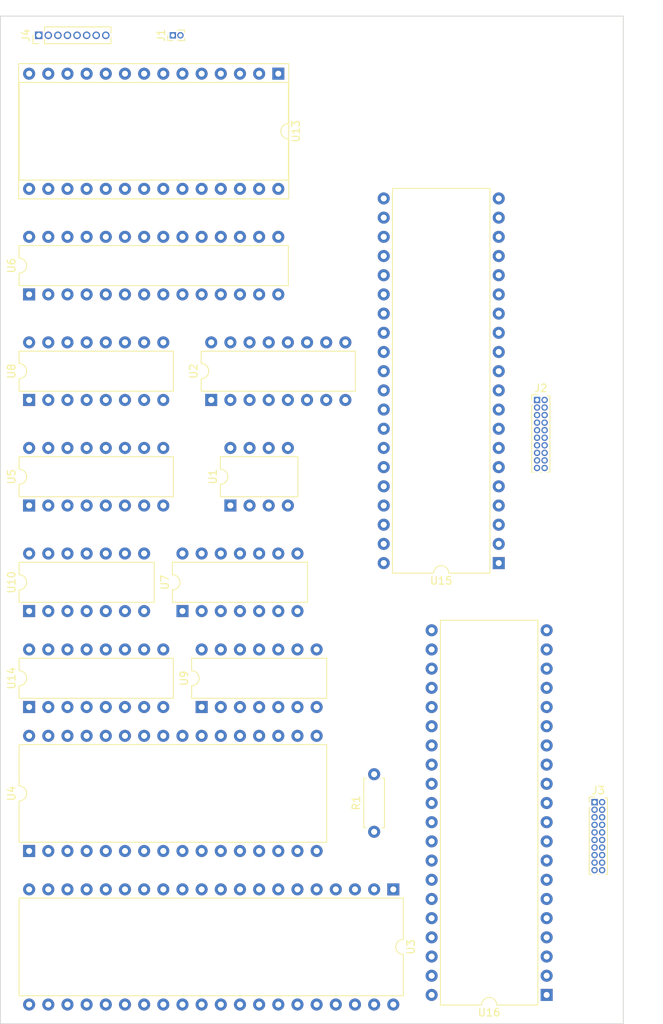
<source format=kicad_pcb>
(kicad_pcb (version 20171130) (host pcbnew 5.0.2+dfsg1-1)

  (general
    (thickness 1.6)
    (drawings 4)
    (tracks 0)
    (zones 0)
    (modules 19)
    (nets 142)
  )

  (page A4)
  (layers
    (0 F.Cu mixed)
    (31 B.Cu mixed)
    (32 B.Adhes user)
    (33 F.Adhes user)
    (34 B.Paste user)
    (35 F.Paste user)
    (36 B.SilkS user)
    (37 F.SilkS user)
    (38 B.Mask user)
    (39 F.Mask user)
    (40 Dwgs.User user)
    (41 Cmts.User user)
    (42 Eco1.User user)
    (43 Eco2.User user)
    (44 Edge.Cuts user)
    (45 Margin user)
    (46 B.CrtYd user)
    (47 F.CrtYd user)
    (48 B.Fab user)
    (49 F.Fab user)
  )

  (setup
    (last_trace_width 0.25)
    (trace_clearance 0.2)
    (zone_clearance 0.508)
    (zone_45_only no)
    (trace_min 0.2)
    (segment_width 0.2)
    (edge_width 0.1)
    (via_size 0.8)
    (via_drill 0.4)
    (via_min_size 0.4)
    (via_min_drill 0.3)
    (uvia_size 0.3)
    (uvia_drill 0.1)
    (uvias_allowed no)
    (uvia_min_size 0.2)
    (uvia_min_drill 0.1)
    (pcb_text_width 0.3)
    (pcb_text_size 1.5 1.5)
    (mod_edge_width 0.15)
    (mod_text_size 1 1)
    (mod_text_width 0.15)
    (pad_size 1.5 1.5)
    (pad_drill 0.6)
    (pad_to_mask_clearance 0)
    (solder_mask_min_width 0.25)
    (aux_axis_origin 0 0)
    (visible_elements FFFFFF7F)
    (pcbplotparams
      (layerselection 0x010fc_ffffffff)
      (usegerberextensions false)
      (usegerberattributes false)
      (usegerberadvancedattributes false)
      (creategerberjobfile false)
      (excludeedgelayer true)
      (linewidth 0.100000)
      (plotframeref false)
      (viasonmask false)
      (mode 1)
      (useauxorigin false)
      (hpglpennumber 1)
      (hpglpenspeed 20)
      (hpglpendiameter 15.000000)
      (psnegative false)
      (psa4output false)
      (plotreference true)
      (plotvalue true)
      (plotinvisibletext false)
      (padsonsilk false)
      (subtractmaskfromsilk false)
      (outputformat 1)
      (mirror false)
      (drillshape 1)
      (scaleselection 1)
      (outputdirectory ""))
  )

  (net 0 "")
  (net 1 "Net-(J1-Pad1)")
  (net 2 "Net-(J1-Pad2)")
  (net 3 "Net-(J2-Pad1)")
  (net 4 "Net-(J2-Pad2)")
  (net 5 "Net-(J2-Pad3)")
  (net 6 "Net-(J2-Pad4)")
  (net 7 "Net-(J2-Pad5)")
  (net 8 "Net-(J2-Pad6)")
  (net 9 "Net-(J2-Pad7)")
  (net 10 "Net-(J2-Pad8)")
  (net 11 "Net-(J2-Pad9)")
  (net 12 "Net-(J2-Pad10)")
  (net 13 "Net-(J2-Pad11)")
  (net 14 "Net-(J2-Pad12)")
  (net 15 "Net-(J2-Pad13)")
  (net 16 "Net-(J2-Pad14)")
  (net 17 "Net-(J2-Pad15)")
  (net 18 "Net-(J2-Pad16)")
  (net 19 "Net-(J2-Pad17)")
  (net 20 "Net-(J2-Pad18)")
  (net 21 "Net-(J2-Pad19)")
  (net 22 "Net-(J2-Pad20)")
  (net 23 "Net-(J3-Pad1)")
  (net 24 "Net-(J3-Pad2)")
  (net 25 "Net-(J3-Pad3)")
  (net 26 "Net-(J3-Pad4)")
  (net 27 "Net-(J3-Pad5)")
  (net 28 "Net-(J3-Pad6)")
  (net 29 "Net-(J3-Pad7)")
  (net 30 "Net-(J3-Pad8)")
  (net 31 "Net-(J3-Pad9)")
  (net 32 "Net-(J3-Pad10)")
  (net 33 "Net-(J3-Pad11)")
  (net 34 "Net-(J3-Pad12)")
  (net 35 "Net-(J3-Pad13)")
  (net 36 "Net-(J3-Pad14)")
  (net 37 "Net-(J3-Pad15)")
  (net 38 "Net-(J3-Pad16)")
  (net 39 "Net-(J3-Pad17)")
  (net 40 "Net-(J3-Pad18)")
  (net 41 "Net-(J3-Pad19)")
  (net 42 "Net-(J3-Pad20)")
  (net 43 "Net-(J4-Pad1)")
  (net 44 "Net-(J4-Pad2)")
  (net 45 "Net-(J4-Pad3)")
  (net 46 "Net-(J4-Pad4)")
  (net 47 "Net-(J4-Pad5)")
  (net 48 "Net-(J4-Pad6)")
  (net 49 "Net-(J4-Pad7)")
  (net 50 "Net-(J4-Pad8)")
  (net 51 "Net-(R1-Pad1)")
  (net 52 +5V)
  (net 53 "Net-(U1-Pad1)")
  (net 54 "Net-(U1-Pad5)")
  (net 55 "Net-(U1-Pad6)")
  (net 56 "Net-(U1-Pad7)")
  (net 57 "Net-(U1-Pad4)")
  (net 58 "Net-(U1-Pad8)")
  (net 59 "Net-(U2-Pad10)")
  (net 60 /d7)
  (net 61 /d0)
  (net 62 "Net-(U2-Pad14)")
  (net 63 /d1)
  (net 64 "Net-(U2-Pad13)")
  (net 65 /d2)
  (net 66 /d3)
  (net 67 "Net-(U2-Pad11)")
  (net 68 /d4)
  (net 69 /d5)
  (net 70 "Net-(U2-Pad9)")
  (net 71 /d6)
  (net 72 "Net-(U3-Pad1)")
  (net 73 GND)
  (net 74 /a12)
  (net 75 "Net-(U3-Pad3)")
  (net 76 /a13)
  (net 77 "Net-(U13-Pad26)")
  (net 78 /a14)
  (net 79 "Net-(U3-Pad5)")
  (net 80 /a15)
  (net 81 "Net-(U3-Pad6)")
  (net 82 "Net-(U3-Pad7)")
  (net 83 /a0)
  (net 84 /a1)
  (net 85 /a2)
  (net 86 /a3)
  (net 87 /a4)
  (net 88 /a5)
  (net 89 "Net-(U13-Pad28)")
  (net 90 /a6)
  (net 91 "Net-(U3-Pad35)")
  (net 92 /a7)
  (net 93 VCC)
  (net 94 /a8)
  (net 95 "Net-(U13-Pad27)")
  (net 96 /a9)
  (net 97 "Net-(U3-Pad38)")
  (net 98 /a10)
  (net 99 "Net-(U3-Pad39)")
  (net 100 /a11)
  (net 101 "Net-(U13-Pad4)")
  (net 102 /a16)
  (net 103 "Net-(U10-Pad3)")
  (net 104 "Net-(U4-Pad30)")
  (net 105 "Net-(U5-Pad14)")
  (net 106 "Net-(U6-Pad1)")
  (net 107 "Net-(U6-Pad2)")
  (net 108 "Net-(U6-Pad16)")
  (net 109 "Net-(U6-Pad3)")
  (net 110 "Net-(U6-Pad20)")
  (net 111 "Net-(U6-Pad7)")
  (net 112 "Net-(U6-Pad21)")
  (net 113 "Net-(U6-Pad22)")
  (net 114 "Net-(U6-Pad9)")
  (net 115 "Net-(U6-Pad23)")
  (net 116 "Net-(U6-Pad10)")
  (net 117 "Net-(U6-Pad24)")
  (net 118 "Net-(U6-Pad25)")
  (net 119 "Net-(U6-Pad26)")
  (net 120 "Net-(U10-Pad1)")
  (net 121 "Net-(U8-Pad8)")
  (net 122 "Net-(U8-Pad16)")
  (net 123 "Net-(U10-Pad4)")
  (net 124 "Net-(U10-Pad2)")
  (net 125 "Net-(U13-Pad3)")
  (net 126 "Net-(U13-Pad13)")
  (net 127 "Net-(U13-Pad14)")
  (net 128 "Net-(U14-Pad15)")
  (net 129 "Net-(U14-Pad14)")
  (net 130 "Net-(U14-Pad13)")
  (net 131 "Net-(U14-Pad12)")
  (net 132 "Net-(U14-Pad11)")
  (net 133 "Net-(U14-Pad10)")
  (net 134 "Net-(U14-Pad9)")
  (net 135 "Net-(U15-Pad34)")
  (net 136 "Net-(U15-Pad25)")
  (net 137 "Net-(U15-Pad22)")
  (net 138 "Net-(U15-Pad21)")
  (net 139 "Net-(U10-Pad5)")
  (net 140 "Net-(U10-Pad6)")
  (net 141 "Net-(U14-Pad7)")

  (net_class Default "This is the default net class."
    (clearance 0.2)
    (trace_width 0.25)
    (via_dia 0.8)
    (via_drill 0.4)
    (uvia_dia 0.3)
    (uvia_drill 0.1)
    (add_net +5V)
    (add_net /a0)
    (add_net /a1)
    (add_net /a10)
    (add_net /a11)
    (add_net /a12)
    (add_net /a13)
    (add_net /a14)
    (add_net /a15)
    (add_net /a16)
    (add_net /a2)
    (add_net /a3)
    (add_net /a4)
    (add_net /a5)
    (add_net /a6)
    (add_net /a7)
    (add_net /a8)
    (add_net /a9)
    (add_net /d0)
    (add_net /d1)
    (add_net /d2)
    (add_net /d3)
    (add_net /d4)
    (add_net /d5)
    (add_net /d6)
    (add_net /d7)
    (add_net GND)
    (add_net "Net-(J1-Pad1)")
    (add_net "Net-(J1-Pad2)")
    (add_net "Net-(J2-Pad1)")
    (add_net "Net-(J2-Pad10)")
    (add_net "Net-(J2-Pad11)")
    (add_net "Net-(J2-Pad12)")
    (add_net "Net-(J2-Pad13)")
    (add_net "Net-(J2-Pad14)")
    (add_net "Net-(J2-Pad15)")
    (add_net "Net-(J2-Pad16)")
    (add_net "Net-(J2-Pad17)")
    (add_net "Net-(J2-Pad18)")
    (add_net "Net-(J2-Pad19)")
    (add_net "Net-(J2-Pad2)")
    (add_net "Net-(J2-Pad20)")
    (add_net "Net-(J2-Pad3)")
    (add_net "Net-(J2-Pad4)")
    (add_net "Net-(J2-Pad5)")
    (add_net "Net-(J2-Pad6)")
    (add_net "Net-(J2-Pad7)")
    (add_net "Net-(J2-Pad8)")
    (add_net "Net-(J2-Pad9)")
    (add_net "Net-(J3-Pad1)")
    (add_net "Net-(J3-Pad10)")
    (add_net "Net-(J3-Pad11)")
    (add_net "Net-(J3-Pad12)")
    (add_net "Net-(J3-Pad13)")
    (add_net "Net-(J3-Pad14)")
    (add_net "Net-(J3-Pad15)")
    (add_net "Net-(J3-Pad16)")
    (add_net "Net-(J3-Pad17)")
    (add_net "Net-(J3-Pad18)")
    (add_net "Net-(J3-Pad19)")
    (add_net "Net-(J3-Pad2)")
    (add_net "Net-(J3-Pad20)")
    (add_net "Net-(J3-Pad3)")
    (add_net "Net-(J3-Pad4)")
    (add_net "Net-(J3-Pad5)")
    (add_net "Net-(J3-Pad6)")
    (add_net "Net-(J3-Pad7)")
    (add_net "Net-(J3-Pad8)")
    (add_net "Net-(J3-Pad9)")
    (add_net "Net-(J4-Pad1)")
    (add_net "Net-(J4-Pad2)")
    (add_net "Net-(J4-Pad3)")
    (add_net "Net-(J4-Pad4)")
    (add_net "Net-(J4-Pad5)")
    (add_net "Net-(J4-Pad6)")
    (add_net "Net-(J4-Pad7)")
    (add_net "Net-(J4-Pad8)")
    (add_net "Net-(R1-Pad1)")
    (add_net "Net-(U1-Pad1)")
    (add_net "Net-(U1-Pad4)")
    (add_net "Net-(U1-Pad5)")
    (add_net "Net-(U1-Pad6)")
    (add_net "Net-(U1-Pad7)")
    (add_net "Net-(U1-Pad8)")
    (add_net "Net-(U10-Pad1)")
    (add_net "Net-(U10-Pad2)")
    (add_net "Net-(U10-Pad3)")
    (add_net "Net-(U10-Pad4)")
    (add_net "Net-(U10-Pad5)")
    (add_net "Net-(U10-Pad6)")
    (add_net "Net-(U13-Pad13)")
    (add_net "Net-(U13-Pad14)")
    (add_net "Net-(U13-Pad26)")
    (add_net "Net-(U13-Pad27)")
    (add_net "Net-(U13-Pad28)")
    (add_net "Net-(U13-Pad3)")
    (add_net "Net-(U13-Pad4)")
    (add_net "Net-(U14-Pad10)")
    (add_net "Net-(U14-Pad11)")
    (add_net "Net-(U14-Pad12)")
    (add_net "Net-(U14-Pad13)")
    (add_net "Net-(U14-Pad14)")
    (add_net "Net-(U14-Pad15)")
    (add_net "Net-(U14-Pad7)")
    (add_net "Net-(U14-Pad9)")
    (add_net "Net-(U15-Pad21)")
    (add_net "Net-(U15-Pad22)")
    (add_net "Net-(U15-Pad25)")
    (add_net "Net-(U15-Pad34)")
    (add_net "Net-(U2-Pad10)")
    (add_net "Net-(U2-Pad11)")
    (add_net "Net-(U2-Pad13)")
    (add_net "Net-(U2-Pad14)")
    (add_net "Net-(U2-Pad9)")
    (add_net "Net-(U3-Pad1)")
    (add_net "Net-(U3-Pad3)")
    (add_net "Net-(U3-Pad35)")
    (add_net "Net-(U3-Pad38)")
    (add_net "Net-(U3-Pad39)")
    (add_net "Net-(U3-Pad5)")
    (add_net "Net-(U3-Pad6)")
    (add_net "Net-(U3-Pad7)")
    (add_net "Net-(U4-Pad30)")
    (add_net "Net-(U5-Pad14)")
    (add_net "Net-(U6-Pad1)")
    (add_net "Net-(U6-Pad10)")
    (add_net "Net-(U6-Pad16)")
    (add_net "Net-(U6-Pad2)")
    (add_net "Net-(U6-Pad20)")
    (add_net "Net-(U6-Pad21)")
    (add_net "Net-(U6-Pad22)")
    (add_net "Net-(U6-Pad23)")
    (add_net "Net-(U6-Pad24)")
    (add_net "Net-(U6-Pad25)")
    (add_net "Net-(U6-Pad26)")
    (add_net "Net-(U6-Pad3)")
    (add_net "Net-(U6-Pad7)")
    (add_net "Net-(U6-Pad9)")
    (add_net "Net-(U8-Pad16)")
    (add_net "Net-(U8-Pad8)")
    (add_net VCC)
  )

  (module Connector_PinHeader_1.00mm:PinHeader_2x10_P1.00mm_Vertical (layer F.Cu) (tedit 59FED738) (tstamp 5F405A75)
    (at 91.44 116.73)
    (descr "Through hole straight pin header, 2x10, 1.00mm pitch, double rows")
    (tags "Through hole pin header THT 2x10 1.00mm double row")
    (path /60B04C9C)
    (fp_text reference J3 (at 0.5 -1.56) (layer F.SilkS)
      (effects (font (size 1 1) (thickness 0.15)))
    )
    (fp_text value Conn_02x10_Odd_Even (at 0.5 10.56) (layer F.Fab)
      (effects (font (size 1 1) (thickness 0.15)))
    )
    (fp_text user %R (at 0.5 4.5 90) (layer F.Fab)
      (effects (font (size 1 1) (thickness 0.15)))
    )
    (fp_line (start 2.15 -1) (end -1.15 -1) (layer F.CrtYd) (width 0.05))
    (fp_line (start 2.15 10) (end 2.15 -1) (layer F.CrtYd) (width 0.05))
    (fp_line (start -1.15 10) (end 2.15 10) (layer F.CrtYd) (width 0.05))
    (fp_line (start -1.15 -1) (end -1.15 10) (layer F.CrtYd) (width 0.05))
    (fp_line (start -0.71 -0.685) (end 0 -0.685) (layer F.SilkS) (width 0.12))
    (fp_line (start -0.71 0) (end -0.71 -0.685) (layer F.SilkS) (width 0.12))
    (fp_line (start 1.394493 -0.56) (end 1.71 -0.56) (layer F.SilkS) (width 0.12))
    (fp_line (start -0.71 0.685) (end -0.608276 0.685) (layer F.SilkS) (width 0.12))
    (fp_line (start 1.71 -0.56) (end 1.71 9.56) (layer F.SilkS) (width 0.12))
    (fp_line (start -0.71 0.685) (end -0.71 9.56) (layer F.SilkS) (width 0.12))
    (fp_line (start 0.394493 9.56) (end 0.605507 9.56) (layer F.SilkS) (width 0.12))
    (fp_line (start 1.394493 9.56) (end 1.71 9.56) (layer F.SilkS) (width 0.12))
    (fp_line (start -0.71 9.56) (end -0.394493 9.56) (layer F.SilkS) (width 0.12))
    (fp_line (start -0.65 0.075) (end -0.075 -0.5) (layer F.Fab) (width 0.1))
    (fp_line (start -0.65 9.5) (end -0.65 0.075) (layer F.Fab) (width 0.1))
    (fp_line (start 1.65 9.5) (end -0.65 9.5) (layer F.Fab) (width 0.1))
    (fp_line (start 1.65 -0.5) (end 1.65 9.5) (layer F.Fab) (width 0.1))
    (fp_line (start -0.075 -0.5) (end 1.65 -0.5) (layer F.Fab) (width 0.1))
    (pad 20 thru_hole oval (at 1 9) (size 0.85 0.85) (drill 0.5) (layers *.Cu *.Mask)
      (net 42 "Net-(J3-Pad20)"))
    (pad 19 thru_hole oval (at 0 9) (size 0.85 0.85) (drill 0.5) (layers *.Cu *.Mask)
      (net 41 "Net-(J3-Pad19)"))
    (pad 18 thru_hole oval (at 1 8) (size 0.85 0.85) (drill 0.5) (layers *.Cu *.Mask)
      (net 40 "Net-(J3-Pad18)"))
    (pad 17 thru_hole oval (at 0 8) (size 0.85 0.85) (drill 0.5) (layers *.Cu *.Mask)
      (net 39 "Net-(J3-Pad17)"))
    (pad 16 thru_hole oval (at 1 7) (size 0.85 0.85) (drill 0.5) (layers *.Cu *.Mask)
      (net 38 "Net-(J3-Pad16)"))
    (pad 15 thru_hole oval (at 0 7) (size 0.85 0.85) (drill 0.5) (layers *.Cu *.Mask)
      (net 37 "Net-(J3-Pad15)"))
    (pad 14 thru_hole oval (at 1 6) (size 0.85 0.85) (drill 0.5) (layers *.Cu *.Mask)
      (net 36 "Net-(J3-Pad14)"))
    (pad 13 thru_hole oval (at 0 6) (size 0.85 0.85) (drill 0.5) (layers *.Cu *.Mask)
      (net 35 "Net-(J3-Pad13)"))
    (pad 12 thru_hole oval (at 1 5) (size 0.85 0.85) (drill 0.5) (layers *.Cu *.Mask)
      (net 34 "Net-(J3-Pad12)"))
    (pad 11 thru_hole oval (at 0 5) (size 0.85 0.85) (drill 0.5) (layers *.Cu *.Mask)
      (net 33 "Net-(J3-Pad11)"))
    (pad 10 thru_hole oval (at 1 4) (size 0.85 0.85) (drill 0.5) (layers *.Cu *.Mask)
      (net 32 "Net-(J3-Pad10)"))
    (pad 9 thru_hole oval (at 0 4) (size 0.85 0.85) (drill 0.5) (layers *.Cu *.Mask)
      (net 31 "Net-(J3-Pad9)"))
    (pad 8 thru_hole oval (at 1 3) (size 0.85 0.85) (drill 0.5) (layers *.Cu *.Mask)
      (net 30 "Net-(J3-Pad8)"))
    (pad 7 thru_hole oval (at 0 3) (size 0.85 0.85) (drill 0.5) (layers *.Cu *.Mask)
      (net 29 "Net-(J3-Pad7)"))
    (pad 6 thru_hole oval (at 1 2) (size 0.85 0.85) (drill 0.5) (layers *.Cu *.Mask)
      (net 28 "Net-(J3-Pad6)"))
    (pad 5 thru_hole oval (at 0 2) (size 0.85 0.85) (drill 0.5) (layers *.Cu *.Mask)
      (net 27 "Net-(J3-Pad5)"))
    (pad 4 thru_hole oval (at 1 1) (size 0.85 0.85) (drill 0.5) (layers *.Cu *.Mask)
      (net 26 "Net-(J3-Pad4)"))
    (pad 3 thru_hole oval (at 0 1) (size 0.85 0.85) (drill 0.5) (layers *.Cu *.Mask)
      (net 25 "Net-(J3-Pad3)"))
    (pad 2 thru_hole oval (at 1 0) (size 0.85 0.85) (drill 0.5) (layers *.Cu *.Mask)
      (net 24 "Net-(J3-Pad2)"))
    (pad 1 thru_hole rect (at 0 0) (size 0.85 0.85) (drill 0.5) (layers *.Cu *.Mask)
      (net 23 "Net-(J3-Pad1)"))
    (model ${KISYS3DMOD}/Connector_PinHeader_1.00mm.3dshapes/PinHeader_2x10_P1.00mm_Vertical.wrl
      (at (xyz 0 0 0))
      (scale (xyz 1 1 1))
      (rotate (xyz 0 0 0))
    )
  )

  (module Connector_PinHeader_1.00mm:PinHeader_1x02_P1.00mm_Vertical (layer F.Cu) (tedit 59FED738) (tstamp 5F4059E5)
    (at 35.56 15.24 90)
    (descr "Through hole straight pin header, 1x02, 1.00mm pitch, single row")
    (tags "Through hole pin header THT 1x02 1.00mm single row")
    (path /60CBB2DA)
    (fp_text reference J1 (at 0 -1.56 90) (layer F.SilkS)
      (effects (font (size 1 1) (thickness 0.15)))
    )
    (fp_text value Conn_01x02 (at 0 2.56 90) (layer F.Fab)
      (effects (font (size 1 1) (thickness 0.15)))
    )
    (fp_text user %R (at 0 0.5 180) (layer F.Fab)
      (effects (font (size 0.76 0.76) (thickness 0.114)))
    )
    (fp_line (start 1.15 -1) (end -1.15 -1) (layer F.CrtYd) (width 0.05))
    (fp_line (start 1.15 2) (end 1.15 -1) (layer F.CrtYd) (width 0.05))
    (fp_line (start -1.15 2) (end 1.15 2) (layer F.CrtYd) (width 0.05))
    (fp_line (start -1.15 -1) (end -1.15 2) (layer F.CrtYd) (width 0.05))
    (fp_line (start -0.695 -0.685) (end 0 -0.685) (layer F.SilkS) (width 0.12))
    (fp_line (start -0.695 0) (end -0.695 -0.685) (layer F.SilkS) (width 0.12))
    (fp_line (start 0.608276 0.685) (end 0.695 0.685) (layer F.SilkS) (width 0.12))
    (fp_line (start -0.695 0.685) (end -0.608276 0.685) (layer F.SilkS) (width 0.12))
    (fp_line (start 0.695 0.685) (end 0.695 1.56) (layer F.SilkS) (width 0.12))
    (fp_line (start -0.695 0.685) (end -0.695 1.56) (layer F.SilkS) (width 0.12))
    (fp_line (start 0.394493 1.56) (end 0.695 1.56) (layer F.SilkS) (width 0.12))
    (fp_line (start -0.695 1.56) (end -0.394493 1.56) (layer F.SilkS) (width 0.12))
    (fp_line (start -0.635 -0.1825) (end -0.3175 -0.5) (layer F.Fab) (width 0.1))
    (fp_line (start -0.635 1.5) (end -0.635 -0.1825) (layer F.Fab) (width 0.1))
    (fp_line (start 0.635 1.5) (end -0.635 1.5) (layer F.Fab) (width 0.1))
    (fp_line (start 0.635 -0.5) (end 0.635 1.5) (layer F.Fab) (width 0.1))
    (fp_line (start -0.3175 -0.5) (end 0.635 -0.5) (layer F.Fab) (width 0.1))
    (pad 2 thru_hole oval (at 0 1 90) (size 0.85 0.85) (drill 0.5) (layers *.Cu *.Mask)
      (net 2 "Net-(J1-Pad2)"))
    (pad 1 thru_hole rect (at 0 0 90) (size 0.85 0.85) (drill 0.5) (layers *.Cu *.Mask)
      (net 1 "Net-(J1-Pad1)"))
    (model ${KISYS3DMOD}/Connector_PinHeader_1.00mm.3dshapes/PinHeader_1x02_P1.00mm_Vertical.wrl
      (at (xyz 0 0 0))
      (scale (xyz 1 1 1))
      (rotate (xyz 0 0 0))
    )
  )

  (module Connector_PinHeader_1.00mm:PinHeader_2x10_P1.00mm_Vertical (layer F.Cu) (tedit 59FED738) (tstamp 5F405A10)
    (at 83.82 63.5)
    (descr "Through hole straight pin header, 2x10, 1.00mm pitch, double rows")
    (tags "Through hole pin header THT 2x10 1.00mm double row")
    (path /5FF79E3A)
    (fp_text reference J2 (at 0.5 -1.56) (layer F.SilkS)
      (effects (font (size 1 1) (thickness 0.15)))
    )
    (fp_text value Conn_02x10_Odd_Even (at 0.5 10.56) (layer F.Fab)
      (effects (font (size 1 1) (thickness 0.15)))
    )
    (fp_text user %R (at 0.5 4.5 90) (layer F.Fab)
      (effects (font (size 1 1) (thickness 0.15)))
    )
    (fp_line (start 2.15 -1) (end -1.15 -1) (layer F.CrtYd) (width 0.05))
    (fp_line (start 2.15 10) (end 2.15 -1) (layer F.CrtYd) (width 0.05))
    (fp_line (start -1.15 10) (end 2.15 10) (layer F.CrtYd) (width 0.05))
    (fp_line (start -1.15 -1) (end -1.15 10) (layer F.CrtYd) (width 0.05))
    (fp_line (start -0.71 -0.685) (end 0 -0.685) (layer F.SilkS) (width 0.12))
    (fp_line (start -0.71 0) (end -0.71 -0.685) (layer F.SilkS) (width 0.12))
    (fp_line (start 1.394493 -0.56) (end 1.71 -0.56) (layer F.SilkS) (width 0.12))
    (fp_line (start -0.71 0.685) (end -0.608276 0.685) (layer F.SilkS) (width 0.12))
    (fp_line (start 1.71 -0.56) (end 1.71 9.56) (layer F.SilkS) (width 0.12))
    (fp_line (start -0.71 0.685) (end -0.71 9.56) (layer F.SilkS) (width 0.12))
    (fp_line (start 0.394493 9.56) (end 0.605507 9.56) (layer F.SilkS) (width 0.12))
    (fp_line (start 1.394493 9.56) (end 1.71 9.56) (layer F.SilkS) (width 0.12))
    (fp_line (start -0.71 9.56) (end -0.394493 9.56) (layer F.SilkS) (width 0.12))
    (fp_line (start -0.65 0.075) (end -0.075 -0.5) (layer F.Fab) (width 0.1))
    (fp_line (start -0.65 9.5) (end -0.65 0.075) (layer F.Fab) (width 0.1))
    (fp_line (start 1.65 9.5) (end -0.65 9.5) (layer F.Fab) (width 0.1))
    (fp_line (start 1.65 -0.5) (end 1.65 9.5) (layer F.Fab) (width 0.1))
    (fp_line (start -0.075 -0.5) (end 1.65 -0.5) (layer F.Fab) (width 0.1))
    (pad 20 thru_hole oval (at 1 9) (size 0.85 0.85) (drill 0.5) (layers *.Cu *.Mask)
      (net 22 "Net-(J2-Pad20)"))
    (pad 19 thru_hole oval (at 0 9) (size 0.85 0.85) (drill 0.5) (layers *.Cu *.Mask)
      (net 21 "Net-(J2-Pad19)"))
    (pad 18 thru_hole oval (at 1 8) (size 0.85 0.85) (drill 0.5) (layers *.Cu *.Mask)
      (net 20 "Net-(J2-Pad18)"))
    (pad 17 thru_hole oval (at 0 8) (size 0.85 0.85) (drill 0.5) (layers *.Cu *.Mask)
      (net 19 "Net-(J2-Pad17)"))
    (pad 16 thru_hole oval (at 1 7) (size 0.85 0.85) (drill 0.5) (layers *.Cu *.Mask)
      (net 18 "Net-(J2-Pad16)"))
    (pad 15 thru_hole oval (at 0 7) (size 0.85 0.85) (drill 0.5) (layers *.Cu *.Mask)
      (net 17 "Net-(J2-Pad15)"))
    (pad 14 thru_hole oval (at 1 6) (size 0.85 0.85) (drill 0.5) (layers *.Cu *.Mask)
      (net 16 "Net-(J2-Pad14)"))
    (pad 13 thru_hole oval (at 0 6) (size 0.85 0.85) (drill 0.5) (layers *.Cu *.Mask)
      (net 15 "Net-(J2-Pad13)"))
    (pad 12 thru_hole oval (at 1 5) (size 0.85 0.85) (drill 0.5) (layers *.Cu *.Mask)
      (net 14 "Net-(J2-Pad12)"))
    (pad 11 thru_hole oval (at 0 5) (size 0.85 0.85) (drill 0.5) (layers *.Cu *.Mask)
      (net 13 "Net-(J2-Pad11)"))
    (pad 10 thru_hole oval (at 1 4) (size 0.85 0.85) (drill 0.5) (layers *.Cu *.Mask)
      (net 12 "Net-(J2-Pad10)"))
    (pad 9 thru_hole oval (at 0 4) (size 0.85 0.85) (drill 0.5) (layers *.Cu *.Mask)
      (net 11 "Net-(J2-Pad9)"))
    (pad 8 thru_hole oval (at 1 3) (size 0.85 0.85) (drill 0.5) (layers *.Cu *.Mask)
      (net 10 "Net-(J2-Pad8)"))
    (pad 7 thru_hole oval (at 0 3) (size 0.85 0.85) (drill 0.5) (layers *.Cu *.Mask)
      (net 9 "Net-(J2-Pad7)"))
    (pad 6 thru_hole oval (at 1 2) (size 0.85 0.85) (drill 0.5) (layers *.Cu *.Mask)
      (net 8 "Net-(J2-Pad6)"))
    (pad 5 thru_hole oval (at 0 2) (size 0.85 0.85) (drill 0.5) (layers *.Cu *.Mask)
      (net 7 "Net-(J2-Pad5)"))
    (pad 4 thru_hole oval (at 1 1) (size 0.85 0.85) (drill 0.5) (layers *.Cu *.Mask)
      (net 6 "Net-(J2-Pad4)"))
    (pad 3 thru_hole oval (at 0 1) (size 0.85 0.85) (drill 0.5) (layers *.Cu *.Mask)
      (net 5 "Net-(J2-Pad3)"))
    (pad 2 thru_hole oval (at 1 0) (size 0.85 0.85) (drill 0.5) (layers *.Cu *.Mask)
      (net 4 "Net-(J2-Pad2)"))
    (pad 1 thru_hole rect (at 0 0) (size 0.85 0.85) (drill 0.5) (layers *.Cu *.Mask)
      (net 3 "Net-(J2-Pad1)"))
    (model ${KISYS3DMOD}/Connector_PinHeader_1.00mm.3dshapes/PinHeader_2x10_P1.00mm_Vertical.wrl
      (at (xyz 0 0 0))
      (scale (xyz 1 1 1))
      (rotate (xyz 0 0 0))
    )
  )

  (module Connector_PinHeader_1.27mm:PinHeader_1x08_P1.27mm_Vertical (layer F.Cu) (tedit 59FED6E3) (tstamp 5F405A93)
    (at 17.78 15.24 90)
    (descr "Through hole straight pin header, 1x08, 1.27mm pitch, single row")
    (tags "Through hole pin header THT 1x08 1.27mm single row")
    (path /60D24879)
    (fp_text reference J4 (at 0 -1.695 90) (layer F.SilkS)
      (effects (font (size 1 1) (thickness 0.15)))
    )
    (fp_text value Conn_01x08 (at 0 10.585 90) (layer F.Fab)
      (effects (font (size 1 1) (thickness 0.15)))
    )
    (fp_text user %R (at 0 4.445 -180) (layer F.Fab)
      (effects (font (size 1 1) (thickness 0.15)))
    )
    (fp_line (start 1.55 -1.15) (end -1.55 -1.15) (layer F.CrtYd) (width 0.05))
    (fp_line (start 1.55 10.05) (end 1.55 -1.15) (layer F.CrtYd) (width 0.05))
    (fp_line (start -1.55 10.05) (end 1.55 10.05) (layer F.CrtYd) (width 0.05))
    (fp_line (start -1.55 -1.15) (end -1.55 10.05) (layer F.CrtYd) (width 0.05))
    (fp_line (start -1.11 -0.76) (end 0 -0.76) (layer F.SilkS) (width 0.12))
    (fp_line (start -1.11 0) (end -1.11 -0.76) (layer F.SilkS) (width 0.12))
    (fp_line (start 0.563471 0.76) (end 1.11 0.76) (layer F.SilkS) (width 0.12))
    (fp_line (start -1.11 0.76) (end -0.563471 0.76) (layer F.SilkS) (width 0.12))
    (fp_line (start 1.11 0.76) (end 1.11 9.585) (layer F.SilkS) (width 0.12))
    (fp_line (start -1.11 0.76) (end -1.11 9.585) (layer F.SilkS) (width 0.12))
    (fp_line (start 0.30753 9.585) (end 1.11 9.585) (layer F.SilkS) (width 0.12))
    (fp_line (start -1.11 9.585) (end -0.30753 9.585) (layer F.SilkS) (width 0.12))
    (fp_line (start -1.05 -0.11) (end -0.525 -0.635) (layer F.Fab) (width 0.1))
    (fp_line (start -1.05 9.525) (end -1.05 -0.11) (layer F.Fab) (width 0.1))
    (fp_line (start 1.05 9.525) (end -1.05 9.525) (layer F.Fab) (width 0.1))
    (fp_line (start 1.05 -0.635) (end 1.05 9.525) (layer F.Fab) (width 0.1))
    (fp_line (start -0.525 -0.635) (end 1.05 -0.635) (layer F.Fab) (width 0.1))
    (pad 8 thru_hole oval (at 0 8.89 90) (size 1 1) (drill 0.65) (layers *.Cu *.Mask)
      (net 50 "Net-(J4-Pad8)"))
    (pad 7 thru_hole oval (at 0 7.62 90) (size 1 1) (drill 0.65) (layers *.Cu *.Mask)
      (net 49 "Net-(J4-Pad7)"))
    (pad 6 thru_hole oval (at 0 6.35 90) (size 1 1) (drill 0.65) (layers *.Cu *.Mask)
      (net 48 "Net-(J4-Pad6)"))
    (pad 5 thru_hole oval (at 0 5.08 90) (size 1 1) (drill 0.65) (layers *.Cu *.Mask)
      (net 47 "Net-(J4-Pad5)"))
    (pad 4 thru_hole oval (at 0 3.81 90) (size 1 1) (drill 0.65) (layers *.Cu *.Mask)
      (net 46 "Net-(J4-Pad4)"))
    (pad 3 thru_hole oval (at 0 2.54 90) (size 1 1) (drill 0.65) (layers *.Cu *.Mask)
      (net 45 "Net-(J4-Pad3)"))
    (pad 2 thru_hole oval (at 0 1.27 90) (size 1 1) (drill 0.65) (layers *.Cu *.Mask)
      (net 44 "Net-(J4-Pad2)"))
    (pad 1 thru_hole rect (at 0 0 90) (size 1 1) (drill 0.65) (layers *.Cu *.Mask)
      (net 43 "Net-(J4-Pad1)"))
    (model ${KISYS3DMOD}/Connector_PinHeader_1.27mm.3dshapes/PinHeader_1x08_P1.27mm_Vertical.wrl
      (at (xyz 0 0 0))
      (scale (xyz 1 1 1))
      (rotate (xyz 0 0 0))
    )
  )

  (module Resistor_THT:R_Axial_DIN0207_L6.3mm_D2.5mm_P7.62mm_Horizontal (layer F.Cu) (tedit 5AE5139B) (tstamp 5F405AAA)
    (at 62.23 120.65 90)
    (descr "Resistor, Axial_DIN0207 series, Axial, Horizontal, pin pitch=7.62mm, 0.25W = 1/4W, length*diameter=6.3*2.5mm^2, http://cdn-reichelt.de/documents/datenblatt/B400/1_4W%23YAG.pdf")
    (tags "Resistor Axial_DIN0207 series Axial Horizontal pin pitch 7.62mm 0.25W = 1/4W length 6.3mm diameter 2.5mm")
    (path /5F3BF2EB)
    (fp_text reference R1 (at 3.81 -2.37 90) (layer F.SilkS)
      (effects (font (size 1 1) (thickness 0.15)))
    )
    (fp_text value 1K (at 3.81 2.37 90) (layer F.Fab)
      (effects (font (size 1 1) (thickness 0.15)))
    )
    (fp_text user %R (at 3.81 0 90) (layer F.Fab)
      (effects (font (size 1 1) (thickness 0.15)))
    )
    (fp_line (start 8.67 -1.5) (end -1.05 -1.5) (layer F.CrtYd) (width 0.05))
    (fp_line (start 8.67 1.5) (end 8.67 -1.5) (layer F.CrtYd) (width 0.05))
    (fp_line (start -1.05 1.5) (end 8.67 1.5) (layer F.CrtYd) (width 0.05))
    (fp_line (start -1.05 -1.5) (end -1.05 1.5) (layer F.CrtYd) (width 0.05))
    (fp_line (start 7.08 1.37) (end 7.08 1.04) (layer F.SilkS) (width 0.12))
    (fp_line (start 0.54 1.37) (end 7.08 1.37) (layer F.SilkS) (width 0.12))
    (fp_line (start 0.54 1.04) (end 0.54 1.37) (layer F.SilkS) (width 0.12))
    (fp_line (start 7.08 -1.37) (end 7.08 -1.04) (layer F.SilkS) (width 0.12))
    (fp_line (start 0.54 -1.37) (end 7.08 -1.37) (layer F.SilkS) (width 0.12))
    (fp_line (start 0.54 -1.04) (end 0.54 -1.37) (layer F.SilkS) (width 0.12))
    (fp_line (start 7.62 0) (end 6.96 0) (layer F.Fab) (width 0.1))
    (fp_line (start 0 0) (end 0.66 0) (layer F.Fab) (width 0.1))
    (fp_line (start 6.96 -1.25) (end 0.66 -1.25) (layer F.Fab) (width 0.1))
    (fp_line (start 6.96 1.25) (end 6.96 -1.25) (layer F.Fab) (width 0.1))
    (fp_line (start 0.66 1.25) (end 6.96 1.25) (layer F.Fab) (width 0.1))
    (fp_line (start 0.66 -1.25) (end 0.66 1.25) (layer F.Fab) (width 0.1))
    (pad 2 thru_hole oval (at 7.62 0 90) (size 1.6 1.6) (drill 0.8) (layers *.Cu *.Mask)
      (net 52 +5V))
    (pad 1 thru_hole circle (at 0 0 90) (size 1.6 1.6) (drill 0.8) (layers *.Cu *.Mask)
      (net 51 "Net-(R1-Pad1)"))
    (model ${KISYS3DMOD}/Resistor_THT.3dshapes/R_Axial_DIN0207_L6.3mm_D2.5mm_P7.62mm_Horizontal.wrl
      (at (xyz 0 0 0))
      (scale (xyz 1 1 1))
      (rotate (xyz 0 0 0))
    )
  )

  (module Package_DIP:DIP-8_W7.62mm (layer F.Cu) (tedit 5A02E8C5) (tstamp 5F405AC6)
    (at 43.18 77.47 90)
    (descr "8-lead though-hole mounted DIP package, row spacing 7.62 mm (300 mils)")
    (tags "THT DIP DIL PDIP 2.54mm 7.62mm 300mil")
    (path /5EF70C74)
    (fp_text reference U1 (at 3.81 -2.33 90) (layer F.SilkS)
      (effects (font (size 1 1) (thickness 0.15)))
    )
    (fp_text value 24LC256 (at 3.81 9.95 90) (layer F.Fab)
      (effects (font (size 1 1) (thickness 0.15)))
    )
    (fp_text user %R (at 3.81 3.81 90) (layer F.Fab)
      (effects (font (size 1 1) (thickness 0.15)))
    )
    (fp_line (start 8.7 -1.55) (end -1.1 -1.55) (layer F.CrtYd) (width 0.05))
    (fp_line (start 8.7 9.15) (end 8.7 -1.55) (layer F.CrtYd) (width 0.05))
    (fp_line (start -1.1 9.15) (end 8.7 9.15) (layer F.CrtYd) (width 0.05))
    (fp_line (start -1.1 -1.55) (end -1.1 9.15) (layer F.CrtYd) (width 0.05))
    (fp_line (start 6.46 -1.33) (end 4.81 -1.33) (layer F.SilkS) (width 0.12))
    (fp_line (start 6.46 8.95) (end 6.46 -1.33) (layer F.SilkS) (width 0.12))
    (fp_line (start 1.16 8.95) (end 6.46 8.95) (layer F.SilkS) (width 0.12))
    (fp_line (start 1.16 -1.33) (end 1.16 8.95) (layer F.SilkS) (width 0.12))
    (fp_line (start 2.81 -1.33) (end 1.16 -1.33) (layer F.SilkS) (width 0.12))
    (fp_line (start 0.635 -0.27) (end 1.635 -1.27) (layer F.Fab) (width 0.1))
    (fp_line (start 0.635 8.89) (end 0.635 -0.27) (layer F.Fab) (width 0.1))
    (fp_line (start 6.985 8.89) (end 0.635 8.89) (layer F.Fab) (width 0.1))
    (fp_line (start 6.985 -1.27) (end 6.985 8.89) (layer F.Fab) (width 0.1))
    (fp_line (start 1.635 -1.27) (end 6.985 -1.27) (layer F.Fab) (width 0.1))
    (fp_arc (start 3.81 -1.33) (end 2.81 -1.33) (angle -180) (layer F.SilkS) (width 0.12))
    (pad 8 thru_hole oval (at 7.62 0 90) (size 1.6 1.6) (drill 0.8) (layers *.Cu *.Mask)
      (net 58 "Net-(U1-Pad8)"))
    (pad 4 thru_hole oval (at 0 7.62 90) (size 1.6 1.6) (drill 0.8) (layers *.Cu *.Mask)
      (net 57 "Net-(U1-Pad4)"))
    (pad 7 thru_hole oval (at 7.62 2.54 90) (size 1.6 1.6) (drill 0.8) (layers *.Cu *.Mask)
      (net 56 "Net-(U1-Pad7)"))
    (pad 3 thru_hole oval (at 0 5.08 90) (size 1.6 1.6) (drill 0.8) (layers *.Cu *.Mask)
      (net 53 "Net-(U1-Pad1)"))
    (pad 6 thru_hole oval (at 7.62 5.08 90) (size 1.6 1.6) (drill 0.8) (layers *.Cu *.Mask)
      (net 55 "Net-(U1-Pad6)"))
    (pad 2 thru_hole oval (at 0 2.54 90) (size 1.6 1.6) (drill 0.8) (layers *.Cu *.Mask)
      (net 53 "Net-(U1-Pad1)"))
    (pad 5 thru_hole oval (at 7.62 7.62 90) (size 1.6 1.6) (drill 0.8) (layers *.Cu *.Mask)
      (net 54 "Net-(U1-Pad5)"))
    (pad 1 thru_hole rect (at 0 0 90) (size 1.6 1.6) (drill 0.8) (layers *.Cu *.Mask)
      (net 53 "Net-(U1-Pad1)"))
    (model ${KISYS3DMOD}/Package_DIP.3dshapes/DIP-8_W7.62mm.wrl
      (at (xyz 0 0 0))
      (scale (xyz 1 1 1))
      (rotate (xyz 0 0 0))
    )
  )

  (module Package_DIP:DIP-16_W7.62mm (layer F.Cu) (tedit 5A02E8C5) (tstamp 5F405AEA)
    (at 40.64 63.5 90)
    (descr "16-lead though-hole mounted DIP package, row spacing 7.62 mm (300 mils)")
    (tags "THT DIP DIL PDIP 2.54mm 7.62mm 300mil")
    (path /5EF71382)
    (fp_text reference U2 (at 3.81 -2.33 90) (layer F.SilkS)
      (effects (font (size 1 1) (thickness 0.15)))
    )
    (fp_text value 74HC595 (at 3.81 20.11 90) (layer F.Fab)
      (effects (font (size 1 1) (thickness 0.15)))
    )
    (fp_text user %R (at 3.81 8.89 90) (layer F.Fab)
      (effects (font (size 1 1) (thickness 0.15)))
    )
    (fp_line (start 8.7 -1.55) (end -1.1 -1.55) (layer F.CrtYd) (width 0.05))
    (fp_line (start 8.7 19.3) (end 8.7 -1.55) (layer F.CrtYd) (width 0.05))
    (fp_line (start -1.1 19.3) (end 8.7 19.3) (layer F.CrtYd) (width 0.05))
    (fp_line (start -1.1 -1.55) (end -1.1 19.3) (layer F.CrtYd) (width 0.05))
    (fp_line (start 6.46 -1.33) (end 4.81 -1.33) (layer F.SilkS) (width 0.12))
    (fp_line (start 6.46 19.11) (end 6.46 -1.33) (layer F.SilkS) (width 0.12))
    (fp_line (start 1.16 19.11) (end 6.46 19.11) (layer F.SilkS) (width 0.12))
    (fp_line (start 1.16 -1.33) (end 1.16 19.11) (layer F.SilkS) (width 0.12))
    (fp_line (start 2.81 -1.33) (end 1.16 -1.33) (layer F.SilkS) (width 0.12))
    (fp_line (start 0.635 -0.27) (end 1.635 -1.27) (layer F.Fab) (width 0.1))
    (fp_line (start 0.635 19.05) (end 0.635 -0.27) (layer F.Fab) (width 0.1))
    (fp_line (start 6.985 19.05) (end 0.635 19.05) (layer F.Fab) (width 0.1))
    (fp_line (start 6.985 -1.27) (end 6.985 19.05) (layer F.Fab) (width 0.1))
    (fp_line (start 1.635 -1.27) (end 6.985 -1.27) (layer F.Fab) (width 0.1))
    (fp_arc (start 3.81 -1.33) (end 2.81 -1.33) (angle -180) (layer F.SilkS) (width 0.12))
    (pad 16 thru_hole oval (at 7.62 0 90) (size 1.6 1.6) (drill 0.8) (layers *.Cu *.Mask)
      (net 59 "Net-(U2-Pad10)"))
    (pad 8 thru_hole oval (at 0 17.78 90) (size 1.6 1.6) (drill 0.8) (layers *.Cu *.Mask)
      (net 53 "Net-(U1-Pad1)"))
    (pad 15 thru_hole oval (at 7.62 2.54 90) (size 1.6 1.6) (drill 0.8) (layers *.Cu *.Mask)
      (net 60 /d7))
    (pad 7 thru_hole oval (at 0 15.24 90) (size 1.6 1.6) (drill 0.8) (layers *.Cu *.Mask)
      (net 61 /d0))
    (pad 14 thru_hole oval (at 7.62 5.08 90) (size 1.6 1.6) (drill 0.8) (layers *.Cu *.Mask)
      (net 62 "Net-(U2-Pad14)"))
    (pad 6 thru_hole oval (at 0 12.7 90) (size 1.6 1.6) (drill 0.8) (layers *.Cu *.Mask)
      (net 63 /d1))
    (pad 13 thru_hole oval (at 7.62 7.62 90) (size 1.6 1.6) (drill 0.8) (layers *.Cu *.Mask)
      (net 64 "Net-(U2-Pad13)"))
    (pad 5 thru_hole oval (at 0 10.16 90) (size 1.6 1.6) (drill 0.8) (layers *.Cu *.Mask)
      (net 65 /d2))
    (pad 12 thru_hole oval (at 7.62 10.16 90) (size 1.6 1.6) (drill 0.8) (layers *.Cu *.Mask)
      (net 59 "Net-(U2-Pad10)"))
    (pad 4 thru_hole oval (at 0 7.62 90) (size 1.6 1.6) (drill 0.8) (layers *.Cu *.Mask)
      (net 66 /d3))
    (pad 11 thru_hole oval (at 7.62 12.7 90) (size 1.6 1.6) (drill 0.8) (layers *.Cu *.Mask)
      (net 67 "Net-(U2-Pad11)"))
    (pad 3 thru_hole oval (at 0 5.08 90) (size 1.6 1.6) (drill 0.8) (layers *.Cu *.Mask)
      (net 68 /d4))
    (pad 10 thru_hole oval (at 7.62 15.24 90) (size 1.6 1.6) (drill 0.8) (layers *.Cu *.Mask)
      (net 59 "Net-(U2-Pad10)"))
    (pad 2 thru_hole oval (at 0 2.54 90) (size 1.6 1.6) (drill 0.8) (layers *.Cu *.Mask)
      (net 69 /d5))
    (pad 9 thru_hole oval (at 7.62 17.78 90) (size 1.6 1.6) (drill 0.8) (layers *.Cu *.Mask)
      (net 70 "Net-(U2-Pad9)"))
    (pad 1 thru_hole rect (at 0 0 90) (size 1.6 1.6) (drill 0.8) (layers *.Cu *.Mask)
      (net 71 /d6))
    (model ${KISYS3DMOD}/Package_DIP.3dshapes/DIP-16_W7.62mm.wrl
      (at (xyz 0 0 0))
      (scale (xyz 1 1 1))
      (rotate (xyz 0 0 0))
    )
  )

  (module Package_DIP:DIP-40_W15.24mm (layer F.Cu) (tedit 5A02E8C5) (tstamp 5F405B26)
    (at 64.77 128.27 270)
    (descr "40-lead though-hole mounted DIP package, row spacing 15.24 mm (600 mils)")
    (tags "THT DIP DIL PDIP 2.54mm 15.24mm 600mil")
    (path /5EF702BA)
    (fp_text reference U3 (at 7.62 -2.33 270) (layer F.SilkS)
      (effects (font (size 1 1) (thickness 0.15)))
    )
    (fp_text value WD65C02 (at 7.62 50.59 270) (layer F.Fab)
      (effects (font (size 1 1) (thickness 0.15)))
    )
    (fp_text user %R (at 7.62 24.13 270) (layer F.Fab)
      (effects (font (size 1 1) (thickness 0.15)))
    )
    (fp_line (start 16.3 -1.55) (end -1.05 -1.55) (layer F.CrtYd) (width 0.05))
    (fp_line (start 16.3 49.8) (end 16.3 -1.55) (layer F.CrtYd) (width 0.05))
    (fp_line (start -1.05 49.8) (end 16.3 49.8) (layer F.CrtYd) (width 0.05))
    (fp_line (start -1.05 -1.55) (end -1.05 49.8) (layer F.CrtYd) (width 0.05))
    (fp_line (start 14.08 -1.33) (end 8.62 -1.33) (layer F.SilkS) (width 0.12))
    (fp_line (start 14.08 49.59) (end 14.08 -1.33) (layer F.SilkS) (width 0.12))
    (fp_line (start 1.16 49.59) (end 14.08 49.59) (layer F.SilkS) (width 0.12))
    (fp_line (start 1.16 -1.33) (end 1.16 49.59) (layer F.SilkS) (width 0.12))
    (fp_line (start 6.62 -1.33) (end 1.16 -1.33) (layer F.SilkS) (width 0.12))
    (fp_line (start 0.255 -0.27) (end 1.255 -1.27) (layer F.Fab) (width 0.1))
    (fp_line (start 0.255 49.53) (end 0.255 -0.27) (layer F.Fab) (width 0.1))
    (fp_line (start 14.985 49.53) (end 0.255 49.53) (layer F.Fab) (width 0.1))
    (fp_line (start 14.985 -1.27) (end 14.985 49.53) (layer F.Fab) (width 0.1))
    (fp_line (start 1.255 -1.27) (end 14.985 -1.27) (layer F.Fab) (width 0.1))
    (fp_arc (start 7.62 -1.33) (end 6.62 -1.33) (angle -180) (layer F.SilkS) (width 0.12))
    (pad 40 thru_hole oval (at 15.24 0 270) (size 1.6 1.6) (drill 0.8) (layers *.Cu *.Mask)
      (net 135 "Net-(U15-Pad34)"))
    (pad 20 thru_hole oval (at 0 48.26 270) (size 1.6 1.6) (drill 0.8) (layers *.Cu *.Mask)
      (net 100 /a11))
    (pad 39 thru_hole oval (at 15.24 2.54 270) (size 1.6 1.6) (drill 0.8) (layers *.Cu *.Mask)
      (net 99 "Net-(U3-Pad39)"))
    (pad 19 thru_hole oval (at 0 45.72 270) (size 1.6 1.6) (drill 0.8) (layers *.Cu *.Mask)
      (net 98 /a10))
    (pad 38 thru_hole oval (at 15.24 5.08 270) (size 1.6 1.6) (drill 0.8) (layers *.Cu *.Mask)
      (net 97 "Net-(U3-Pad38)"))
    (pad 18 thru_hole oval (at 0 43.18 270) (size 1.6 1.6) (drill 0.8) (layers *.Cu *.Mask)
      (net 96 /a9))
    (pad 37 thru_hole oval (at 15.24 7.62 270) (size 1.6 1.6) (drill 0.8) (layers *.Cu *.Mask)
      (net 136 "Net-(U15-Pad25)"))
    (pad 17 thru_hole oval (at 0 40.64 270) (size 1.6 1.6) (drill 0.8) (layers *.Cu *.Mask)
      (net 94 /a8))
    (pad 36 thru_hole oval (at 15.24 10.16 270) (size 1.6 1.6) (drill 0.8) (layers *.Cu *.Mask)
      (net 93 VCC))
    (pad 16 thru_hole oval (at 0 38.1 270) (size 1.6 1.6) (drill 0.8) (layers *.Cu *.Mask)
      (net 92 /a7))
    (pad 35 thru_hole oval (at 15.24 12.7 270) (size 1.6 1.6) (drill 0.8) (layers *.Cu *.Mask)
      (net 91 "Net-(U3-Pad35)"))
    (pad 15 thru_hole oval (at 0 35.56 270) (size 1.6 1.6) (drill 0.8) (layers *.Cu *.Mask)
      (net 90 /a6))
    (pad 34 thru_hole oval (at 15.24 15.24 270) (size 1.6 1.6) (drill 0.8) (layers *.Cu *.Mask)
      (net 137 "Net-(U15-Pad22)"))
    (pad 14 thru_hole oval (at 0 33.02 270) (size 1.6 1.6) (drill 0.8) (layers *.Cu *.Mask)
      (net 88 /a5))
    (pad 33 thru_hole oval (at 15.24 17.78 270) (size 1.6 1.6) (drill 0.8) (layers *.Cu *.Mask)
      (net 61 /d0))
    (pad 13 thru_hole oval (at 0 30.48 270) (size 1.6 1.6) (drill 0.8) (layers *.Cu *.Mask)
      (net 87 /a4))
    (pad 32 thru_hole oval (at 15.24 20.32 270) (size 1.6 1.6) (drill 0.8) (layers *.Cu *.Mask)
      (net 63 /d1))
    (pad 12 thru_hole oval (at 0 27.94 270) (size 1.6 1.6) (drill 0.8) (layers *.Cu *.Mask)
      (net 86 /a3))
    (pad 31 thru_hole oval (at 15.24 22.86 270) (size 1.6 1.6) (drill 0.8) (layers *.Cu *.Mask)
      (net 65 /d2))
    (pad 11 thru_hole oval (at 0 25.4 270) (size 1.6 1.6) (drill 0.8) (layers *.Cu *.Mask)
      (net 85 /a2))
    (pad 30 thru_hole oval (at 15.24 25.4 270) (size 1.6 1.6) (drill 0.8) (layers *.Cu *.Mask)
      (net 66 /d3))
    (pad 10 thru_hole oval (at 0 22.86 270) (size 1.6 1.6) (drill 0.8) (layers *.Cu *.Mask)
      (net 84 /a1))
    (pad 29 thru_hole oval (at 15.24 27.94 270) (size 1.6 1.6) (drill 0.8) (layers *.Cu *.Mask)
      (net 68 /d4))
    (pad 9 thru_hole oval (at 0 20.32 270) (size 1.6 1.6) (drill 0.8) (layers *.Cu *.Mask)
      (net 83 /a0))
    (pad 28 thru_hole oval (at 15.24 30.48 270) (size 1.6 1.6) (drill 0.8) (layers *.Cu *.Mask)
      (net 69 /d5))
    (pad 8 thru_hole oval (at 0 17.78 270) (size 1.6 1.6) (drill 0.8) (layers *.Cu *.Mask)
      (net 52 +5V))
    (pad 27 thru_hole oval (at 15.24 33.02 270) (size 1.6 1.6) (drill 0.8) (layers *.Cu *.Mask)
      (net 71 /d6))
    (pad 7 thru_hole oval (at 0 15.24 270) (size 1.6 1.6) (drill 0.8) (layers *.Cu *.Mask)
      (net 82 "Net-(U3-Pad7)"))
    (pad 26 thru_hole oval (at 15.24 35.56 270) (size 1.6 1.6) (drill 0.8) (layers *.Cu *.Mask)
      (net 60 /d7))
    (pad 6 thru_hole oval (at 0 12.7 270) (size 1.6 1.6) (drill 0.8) (layers *.Cu *.Mask)
      (net 81 "Net-(U3-Pad6)"))
    (pad 25 thru_hole oval (at 15.24 38.1 270) (size 1.6 1.6) (drill 0.8) (layers *.Cu *.Mask)
      (net 80 /a15))
    (pad 5 thru_hole oval (at 0 10.16 270) (size 1.6 1.6) (drill 0.8) (layers *.Cu *.Mask)
      (net 79 "Net-(U3-Pad5)"))
    (pad 24 thru_hole oval (at 15.24 40.64 270) (size 1.6 1.6) (drill 0.8) (layers *.Cu *.Mask)
      (net 78 /a14))
    (pad 4 thru_hole oval (at 0 7.62 270) (size 1.6 1.6) (drill 0.8) (layers *.Cu *.Mask)
      (net 138 "Net-(U15-Pad21)"))
    (pad 23 thru_hole oval (at 15.24 43.18 270) (size 1.6 1.6) (drill 0.8) (layers *.Cu *.Mask)
      (net 76 /a13))
    (pad 3 thru_hole oval (at 0 5.08 270) (size 1.6 1.6) (drill 0.8) (layers *.Cu *.Mask)
      (net 75 "Net-(U3-Pad3)"))
    (pad 22 thru_hole oval (at 15.24 45.72 270) (size 1.6 1.6) (drill 0.8) (layers *.Cu *.Mask)
      (net 74 /a12))
    (pad 2 thru_hole oval (at 0 2.54 270) (size 1.6 1.6) (drill 0.8) (layers *.Cu *.Mask)
      (net 51 "Net-(R1-Pad1)"))
    (pad 21 thru_hole oval (at 15.24 48.26 270) (size 1.6 1.6) (drill 0.8) (layers *.Cu *.Mask)
      (net 73 GND))
    (pad 1 thru_hole rect (at 0 0 270) (size 1.6 1.6) (drill 0.8) (layers *.Cu *.Mask)
      (net 72 "Net-(U3-Pad1)"))
    (model ${KISYS3DMOD}/Package_DIP.3dshapes/DIP-40_W15.24mm.wrl
      (at (xyz 0 0 0))
      (scale (xyz 1 1 1))
      (rotate (xyz 0 0 0))
    )
  )

  (module Package_DIP:DIP-32_W15.24mm (layer F.Cu) (tedit 5A02E8C5) (tstamp 5F405B5A)
    (at 16.51 123.19 90)
    (descr "32-lead though-hole mounted DIP package, row spacing 15.24 mm (600 mils)")
    (tags "THT DIP DIL PDIP 2.54mm 15.24mm 600mil")
    (path /5EF707F0)
    (fp_text reference U4 (at 7.62 -2.33 90) (layer F.SilkS)
      (effects (font (size 1 1) (thickness 0.15)))
    )
    (fp_text value 628128 (at 7.62 40.43 90) (layer F.Fab)
      (effects (font (size 1 1) (thickness 0.15)))
    )
    (fp_text user %R (at 7.62 19.05 90) (layer F.Fab)
      (effects (font (size 1 1) (thickness 0.15)))
    )
    (fp_line (start 16.3 -1.55) (end -1.05 -1.55) (layer F.CrtYd) (width 0.05))
    (fp_line (start 16.3 39.65) (end 16.3 -1.55) (layer F.CrtYd) (width 0.05))
    (fp_line (start -1.05 39.65) (end 16.3 39.65) (layer F.CrtYd) (width 0.05))
    (fp_line (start -1.05 -1.55) (end -1.05 39.65) (layer F.CrtYd) (width 0.05))
    (fp_line (start 14.08 -1.33) (end 8.62 -1.33) (layer F.SilkS) (width 0.12))
    (fp_line (start 14.08 39.43) (end 14.08 -1.33) (layer F.SilkS) (width 0.12))
    (fp_line (start 1.16 39.43) (end 14.08 39.43) (layer F.SilkS) (width 0.12))
    (fp_line (start 1.16 -1.33) (end 1.16 39.43) (layer F.SilkS) (width 0.12))
    (fp_line (start 6.62 -1.33) (end 1.16 -1.33) (layer F.SilkS) (width 0.12))
    (fp_line (start 0.255 -0.27) (end 1.255 -1.27) (layer F.Fab) (width 0.1))
    (fp_line (start 0.255 39.37) (end 0.255 -0.27) (layer F.Fab) (width 0.1))
    (fp_line (start 14.985 39.37) (end 0.255 39.37) (layer F.Fab) (width 0.1))
    (fp_line (start 14.985 -1.27) (end 14.985 39.37) (layer F.Fab) (width 0.1))
    (fp_line (start 1.255 -1.27) (end 14.985 -1.27) (layer F.Fab) (width 0.1))
    (fp_arc (start 7.62 -1.33) (end 6.62 -1.33) (angle -180) (layer F.SilkS) (width 0.12))
    (pad 32 thru_hole oval (at 15.24 0 90) (size 1.6 1.6) (drill 0.8) (layers *.Cu *.Mask)
      (net 93 VCC))
    (pad 16 thru_hole oval (at 0 38.1 90) (size 1.6 1.6) (drill 0.8) (layers *.Cu *.Mask)
      (net 73 GND))
    (pad 31 thru_hole oval (at 15.24 2.54 90) (size 1.6 1.6) (drill 0.8) (layers *.Cu *.Mask)
      (net 80 /a15))
    (pad 15 thru_hole oval (at 0 35.56 90) (size 1.6 1.6) (drill 0.8) (layers *.Cu *.Mask)
      (net 65 /d2))
    (pad 30 thru_hole oval (at 15.24 5.08 90) (size 1.6 1.6) (drill 0.8) (layers *.Cu *.Mask)
      (net 104 "Net-(U4-Pad30)"))
    (pad 14 thru_hole oval (at 0 33.02 90) (size 1.6 1.6) (drill 0.8) (layers *.Cu *.Mask)
      (net 63 /d1))
    (pad 29 thru_hole oval (at 15.24 7.62 90) (size 1.6 1.6) (drill 0.8) (layers *.Cu *.Mask)
      (net 137 "Net-(U15-Pad22)"))
    (pad 13 thru_hole oval (at 0 30.48 90) (size 1.6 1.6) (drill 0.8) (layers *.Cu *.Mask)
      (net 61 /d0))
    (pad 28 thru_hole oval (at 15.24 10.16 90) (size 1.6 1.6) (drill 0.8) (layers *.Cu *.Mask)
      (net 76 /a13))
    (pad 12 thru_hole oval (at 0 27.94 90) (size 1.6 1.6) (drill 0.8) (layers *.Cu *.Mask)
      (net 83 /a0))
    (pad 27 thru_hole oval (at 15.24 12.7 90) (size 1.6 1.6) (drill 0.8) (layers *.Cu *.Mask)
      (net 94 /a8))
    (pad 11 thru_hole oval (at 0 25.4 90) (size 1.6 1.6) (drill 0.8) (layers *.Cu *.Mask)
      (net 84 /a1))
    (pad 26 thru_hole oval (at 15.24 15.24 90) (size 1.6 1.6) (drill 0.8) (layers *.Cu *.Mask)
      (net 96 /a9))
    (pad 10 thru_hole oval (at 0 22.86 90) (size 1.6 1.6) (drill 0.8) (layers *.Cu *.Mask)
      (net 85 /a2))
    (pad 25 thru_hole oval (at 15.24 17.78 90) (size 1.6 1.6) (drill 0.8) (layers *.Cu *.Mask)
      (net 100 /a11))
    (pad 9 thru_hole oval (at 0 20.32 90) (size 1.6 1.6) (drill 0.8) (layers *.Cu *.Mask)
      (net 86 /a3))
    (pad 24 thru_hole oval (at 15.24 20.32 90) (size 1.6 1.6) (drill 0.8) (layers *.Cu *.Mask)
      (net 139 "Net-(U10-Pad5)"))
    (pad 8 thru_hole oval (at 0 17.78 90) (size 1.6 1.6) (drill 0.8) (layers *.Cu *.Mask)
      (net 87 /a4))
    (pad 23 thru_hole oval (at 15.24 22.86 90) (size 1.6 1.6) (drill 0.8) (layers *.Cu *.Mask)
      (net 98 /a10))
    (pad 7 thru_hole oval (at 0 15.24 90) (size 1.6 1.6) (drill 0.8) (layers *.Cu *.Mask)
      (net 88 /a5))
    (pad 22 thru_hole oval (at 15.24 25.4 90) (size 1.6 1.6) (drill 0.8) (layers *.Cu *.Mask)
      (net 73 GND))
    (pad 6 thru_hole oval (at 0 12.7 90) (size 1.6 1.6) (drill 0.8) (layers *.Cu *.Mask)
      (net 90 /a6))
    (pad 21 thru_hole oval (at 15.24 27.94 90) (size 1.6 1.6) (drill 0.8) (layers *.Cu *.Mask)
      (net 60 /d7))
    (pad 5 thru_hole oval (at 0 10.16 90) (size 1.6 1.6) (drill 0.8) (layers *.Cu *.Mask)
      (net 92 /a7))
    (pad 20 thru_hole oval (at 15.24 30.48 90) (size 1.6 1.6) (drill 0.8) (layers *.Cu *.Mask)
      (net 71 /d6))
    (pad 4 thru_hole oval (at 0 7.62 90) (size 1.6 1.6) (drill 0.8) (layers *.Cu *.Mask)
      (net 74 /a12))
    (pad 19 thru_hole oval (at 15.24 33.02 90) (size 1.6 1.6) (drill 0.8) (layers *.Cu *.Mask)
      (net 69 /d5))
    (pad 3 thru_hole oval (at 0 5.08 90) (size 1.6 1.6) (drill 0.8) (layers *.Cu *.Mask)
      (net 78 /a14))
    (pad 18 thru_hole oval (at 15.24 35.56 90) (size 1.6 1.6) (drill 0.8) (layers *.Cu *.Mask)
      (net 68 /d4))
    (pad 2 thru_hole oval (at 0 2.54 90) (size 1.6 1.6) (drill 0.8) (layers *.Cu *.Mask)
      (net 102 /a16))
    (pad 17 thru_hole oval (at 15.24 38.1 90) (size 1.6 1.6) (drill 0.8) (layers *.Cu *.Mask)
      (net 66 /d3))
    (pad 1 thru_hole rect (at 0 0 90) (size 1.6 1.6) (drill 0.8) (layers *.Cu *.Mask))
    (model ${KISYS3DMOD}/Package_DIP.3dshapes/DIP-32_W15.24mm.wrl
      (at (xyz 0 0 0))
      (scale (xyz 1 1 1))
      (rotate (xyz 0 0 0))
    )
  )

  (module Package_DIP:DIP-16_W7.62mm (layer F.Cu) (tedit 5A02E8C5) (tstamp 5F405B7E)
    (at 16.51 77.47 90)
    (descr "16-lead though-hole mounted DIP package, row spacing 7.62 mm (300 mils)")
    (tags "THT DIP DIL PDIP 2.54mm 7.62mm 300mil")
    (path /5EF712B5)
    (fp_text reference U5 (at 3.81 -2.33 90) (layer F.SilkS)
      (effects (font (size 1 1) (thickness 0.15)))
    )
    (fp_text value 74HC595 (at 3.81 20.11 90) (layer F.Fab)
      (effects (font (size 1 1) (thickness 0.15)))
    )
    (fp_text user %R (at 3.81 8.89 90) (layer F.Fab)
      (effects (font (size 1 1) (thickness 0.15)))
    )
    (fp_line (start 8.7 -1.55) (end -1.1 -1.55) (layer F.CrtYd) (width 0.05))
    (fp_line (start 8.7 19.3) (end 8.7 -1.55) (layer F.CrtYd) (width 0.05))
    (fp_line (start -1.1 19.3) (end 8.7 19.3) (layer F.CrtYd) (width 0.05))
    (fp_line (start -1.1 -1.55) (end -1.1 19.3) (layer F.CrtYd) (width 0.05))
    (fp_line (start 6.46 -1.33) (end 4.81 -1.33) (layer F.SilkS) (width 0.12))
    (fp_line (start 6.46 19.11) (end 6.46 -1.33) (layer F.SilkS) (width 0.12))
    (fp_line (start 1.16 19.11) (end 6.46 19.11) (layer F.SilkS) (width 0.12))
    (fp_line (start 1.16 -1.33) (end 1.16 19.11) (layer F.SilkS) (width 0.12))
    (fp_line (start 2.81 -1.33) (end 1.16 -1.33) (layer F.SilkS) (width 0.12))
    (fp_line (start 0.635 -0.27) (end 1.635 -1.27) (layer F.Fab) (width 0.1))
    (fp_line (start 0.635 19.05) (end 0.635 -0.27) (layer F.Fab) (width 0.1))
    (fp_line (start 6.985 19.05) (end 0.635 19.05) (layer F.Fab) (width 0.1))
    (fp_line (start 6.985 -1.27) (end 6.985 19.05) (layer F.Fab) (width 0.1))
    (fp_line (start 1.635 -1.27) (end 6.985 -1.27) (layer F.Fab) (width 0.1))
    (fp_arc (start 3.81 -1.33) (end 2.81 -1.33) (angle -180) (layer F.SilkS) (width 0.12))
    (pad 16 thru_hole oval (at 7.62 0 90) (size 1.6 1.6) (drill 0.8) (layers *.Cu *.Mask)
      (net 59 "Net-(U2-Pad10)"))
    (pad 8 thru_hole oval (at 0 17.78 90) (size 1.6 1.6) (drill 0.8) (layers *.Cu *.Mask)
      (net 53 "Net-(U1-Pad1)"))
    (pad 15 thru_hole oval (at 7.62 2.54 90) (size 1.6 1.6) (drill 0.8) (layers *.Cu *.Mask)
      (net 92 /a7))
    (pad 7 thru_hole oval (at 0 15.24 90) (size 1.6 1.6) (drill 0.8) (layers *.Cu *.Mask)
      (net 83 /a0))
    (pad 14 thru_hole oval (at 7.62 5.08 90) (size 1.6 1.6) (drill 0.8) (layers *.Cu *.Mask)
      (net 105 "Net-(U5-Pad14)"))
    (pad 6 thru_hole oval (at 0 12.7 90) (size 1.6 1.6) (drill 0.8) (layers *.Cu *.Mask)
      (net 84 /a1))
    (pad 13 thru_hole oval (at 7.62 7.62 90) (size 1.6 1.6) (drill 0.8) (layers *.Cu *.Mask)
      (net 64 "Net-(U2-Pad13)"))
    (pad 5 thru_hole oval (at 0 10.16 90) (size 1.6 1.6) (drill 0.8) (layers *.Cu *.Mask)
      (net 85 /a2))
    (pad 12 thru_hole oval (at 7.62 10.16 90) (size 1.6 1.6) (drill 0.8) (layers *.Cu *.Mask)
      (net 59 "Net-(U2-Pad10)"))
    (pad 4 thru_hole oval (at 0 7.62 90) (size 1.6 1.6) (drill 0.8) (layers *.Cu *.Mask)
      (net 86 /a3))
    (pad 11 thru_hole oval (at 7.62 12.7 90) (size 1.6 1.6) (drill 0.8) (layers *.Cu *.Mask)
      (net 67 "Net-(U2-Pad11)"))
    (pad 3 thru_hole oval (at 0 5.08 90) (size 1.6 1.6) (drill 0.8) (layers *.Cu *.Mask)
      (net 87 /a4))
    (pad 10 thru_hole oval (at 7.62 15.24 90) (size 1.6 1.6) (drill 0.8) (layers *.Cu *.Mask)
      (net 59 "Net-(U2-Pad10)"))
    (pad 2 thru_hole oval (at 0 2.54 90) (size 1.6 1.6) (drill 0.8) (layers *.Cu *.Mask)
      (net 88 /a5))
    (pad 9 thru_hole oval (at 7.62 17.78 90) (size 1.6 1.6) (drill 0.8) (layers *.Cu *.Mask)
      (net 62 "Net-(U2-Pad14)"))
    (pad 1 thru_hole rect (at 0 0 90) (size 1.6 1.6) (drill 0.8) (layers *.Cu *.Mask)
      (net 90 /a6))
    (model ${KISYS3DMOD}/Package_DIP.3dshapes/DIP-16_W7.62mm.wrl
      (at (xyz 0 0 0))
      (scale (xyz 1 1 1))
      (rotate (xyz 0 0 0))
    )
  )

  (module Package_DIP:DIP-28_W7.62mm (layer F.Cu) (tedit 5A02E8C5) (tstamp 5F405BAE)
    (at 16.51 49.53 90)
    (descr "28-lead though-hole mounted DIP package, row spacing 7.62 mm (300 mils)")
    (tags "THT DIP DIL PDIP 2.54mm 7.62mm 300mil")
    (path /5EF70984)
    (fp_text reference U6 (at 3.81 -2.33 90) (layer F.SilkS)
      (effects (font (size 1 1) (thickness 0.15)))
    )
    (fp_text value ATmega328P-PU (at 3.81 35.35 90) (layer F.Fab)
      (effects (font (size 1 1) (thickness 0.15)))
    )
    (fp_text user %R (at 3.81 16.51 90) (layer F.Fab)
      (effects (font (size 1 1) (thickness 0.15)))
    )
    (fp_line (start 8.7 -1.55) (end -1.1 -1.55) (layer F.CrtYd) (width 0.05))
    (fp_line (start 8.7 34.55) (end 8.7 -1.55) (layer F.CrtYd) (width 0.05))
    (fp_line (start -1.1 34.55) (end 8.7 34.55) (layer F.CrtYd) (width 0.05))
    (fp_line (start -1.1 -1.55) (end -1.1 34.55) (layer F.CrtYd) (width 0.05))
    (fp_line (start 6.46 -1.33) (end 4.81 -1.33) (layer F.SilkS) (width 0.12))
    (fp_line (start 6.46 34.35) (end 6.46 -1.33) (layer F.SilkS) (width 0.12))
    (fp_line (start 1.16 34.35) (end 6.46 34.35) (layer F.SilkS) (width 0.12))
    (fp_line (start 1.16 -1.33) (end 1.16 34.35) (layer F.SilkS) (width 0.12))
    (fp_line (start 2.81 -1.33) (end 1.16 -1.33) (layer F.SilkS) (width 0.12))
    (fp_line (start 0.635 -0.27) (end 1.635 -1.27) (layer F.Fab) (width 0.1))
    (fp_line (start 0.635 34.29) (end 0.635 -0.27) (layer F.Fab) (width 0.1))
    (fp_line (start 6.985 34.29) (end 0.635 34.29) (layer F.Fab) (width 0.1))
    (fp_line (start 6.985 -1.27) (end 6.985 34.29) (layer F.Fab) (width 0.1))
    (fp_line (start 1.635 -1.27) (end 6.985 -1.27) (layer F.Fab) (width 0.1))
    (fp_arc (start 3.81 -1.33) (end 2.81 -1.33) (angle -180) (layer F.SilkS) (width 0.12))
    (pad 28 thru_hole oval (at 7.62 0 90) (size 1.6 1.6) (drill 0.8) (layers *.Cu *.Mask)
      (net 55 "Net-(U1-Pad6)"))
    (pad 14 thru_hole oval (at 0 33.02 90) (size 1.6 1.6) (drill 0.8) (layers *.Cu *.Mask)
      (net 61 /d0))
    (pad 27 thru_hole oval (at 7.62 2.54 90) (size 1.6 1.6) (drill 0.8) (layers *.Cu *.Mask)
      (net 54 "Net-(U1-Pad5)"))
    (pad 13 thru_hole oval (at 0 30.48 90) (size 1.6 1.6) (drill 0.8) (layers *.Cu *.Mask)
      (net 60 /d7))
    (pad 26 thru_hole oval (at 7.62 5.08 90) (size 1.6 1.6) (drill 0.8) (layers *.Cu *.Mask)
      (net 119 "Net-(U6-Pad26)"))
    (pad 12 thru_hole oval (at 0 27.94 90) (size 1.6 1.6) (drill 0.8) (layers *.Cu *.Mask)
      (net 71 /d6))
    (pad 25 thru_hole oval (at 7.62 7.62 90) (size 1.6 1.6) (drill 0.8) (layers *.Cu *.Mask)
      (net 118 "Net-(U6-Pad25)"))
    (pad 11 thru_hole oval (at 0 25.4 90) (size 1.6 1.6) (drill 0.8) (layers *.Cu *.Mask)
      (net 69 /d5))
    (pad 24 thru_hole oval (at 7.62 10.16 90) (size 1.6 1.6) (drill 0.8) (layers *.Cu *.Mask)
      (net 117 "Net-(U6-Pad24)"))
    (pad 10 thru_hole oval (at 0 22.86 90) (size 1.6 1.6) (drill 0.8) (layers *.Cu *.Mask)
      (net 116 "Net-(U6-Pad10)"))
    (pad 23 thru_hole oval (at 7.62 12.7 90) (size 1.6 1.6) (drill 0.8) (layers *.Cu *.Mask)
      (net 115 "Net-(U6-Pad23)"))
    (pad 9 thru_hole oval (at 0 20.32 90) (size 1.6 1.6) (drill 0.8) (layers *.Cu *.Mask)
      (net 114 "Net-(U6-Pad9)"))
    (pad 22 thru_hole oval (at 7.62 15.24 90) (size 1.6 1.6) (drill 0.8) (layers *.Cu *.Mask)
      (net 113 "Net-(U6-Pad22)"))
    (pad 8 thru_hole oval (at 0 17.78 90) (size 1.6 1.6) (drill 0.8) (layers *.Cu *.Mask)
      (net 113 "Net-(U6-Pad22)"))
    (pad 21 thru_hole oval (at 7.62 17.78 90) (size 1.6 1.6) (drill 0.8) (layers *.Cu *.Mask)
      (net 112 "Net-(U6-Pad21)"))
    (pad 7 thru_hole oval (at 0 15.24 90) (size 1.6 1.6) (drill 0.8) (layers *.Cu *.Mask)
      (net 111 "Net-(U6-Pad7)"))
    (pad 20 thru_hole oval (at 7.62 20.32 90) (size 1.6 1.6) (drill 0.8) (layers *.Cu *.Mask)
      (net 110 "Net-(U6-Pad20)"))
    (pad 6 thru_hole oval (at 0 12.7 90) (size 1.6 1.6) (drill 0.8) (layers *.Cu *.Mask)
      (net 68 /d4))
    (pad 19 thru_hole oval (at 7.62 22.86 90) (size 1.6 1.6) (drill 0.8) (layers *.Cu *.Mask)
      (net 64 "Net-(U2-Pad13)"))
    (pad 5 thru_hole oval (at 0 10.16 90) (size 1.6 1.6) (drill 0.8) (layers *.Cu *.Mask)
      (net 66 /d3))
    (pad 18 thru_hole oval (at 7.62 25.4 90) (size 1.6 1.6) (drill 0.8) (layers *.Cu *.Mask)
      (net 67 "Net-(U2-Pad11)"))
    (pad 4 thru_hole oval (at 0 7.62 90) (size 1.6 1.6) (drill 0.8) (layers *.Cu *.Mask)
      (net 65 /d2))
    (pad 17 thru_hole oval (at 7.62 27.94 90) (size 1.6 1.6) (drill 0.8) (layers *.Cu *.Mask)
      (net 135 "Net-(U15-Pad34)"))
    (pad 3 thru_hole oval (at 0 5.08 90) (size 1.6 1.6) (drill 0.8) (layers *.Cu *.Mask)
      (net 109 "Net-(U6-Pad3)"))
    (pad 16 thru_hole oval (at 7.62 30.48 90) (size 1.6 1.6) (drill 0.8) (layers *.Cu *.Mask)
      (net 108 "Net-(U6-Pad16)"))
    (pad 2 thru_hole oval (at 0 2.54 90) (size 1.6 1.6) (drill 0.8) (layers *.Cu *.Mask)
      (net 107 "Net-(U6-Pad2)"))
    (pad 15 thru_hole oval (at 7.62 33.02 90) (size 1.6 1.6) (drill 0.8) (layers *.Cu *.Mask)
      (net 63 /d1))
    (pad 1 thru_hole rect (at 0 0 90) (size 1.6 1.6) (drill 0.8) (layers *.Cu *.Mask)
      (net 106 "Net-(U6-Pad1)"))
    (model ${KISYS3DMOD}/Package_DIP.3dshapes/DIP-28_W7.62mm.wrl
      (at (xyz 0 0 0))
      (scale (xyz 1 1 1))
      (rotate (xyz 0 0 0))
    )
  )

  (module Package_DIP:DIP-14_W7.62mm (layer F.Cu) (tedit 5A02E8C5) (tstamp 5F405BD0)
    (at 36.83 91.44 90)
    (descr "14-lead though-hole mounted DIP package, row spacing 7.62 mm (300 mils)")
    (tags "THT DIP DIL PDIP 2.54mm 7.62mm 300mil")
    (path /5F33AA43)
    (fp_text reference U7 (at 3.81 -2.33 90) (layer F.SilkS)
      (effects (font (size 1 1) (thickness 0.15)))
    )
    (fp_text value 74LS30 (at 3.81 17.57 90) (layer F.Fab)
      (effects (font (size 1 1) (thickness 0.15)))
    )
    (fp_text user %R (at 3.81 7.62 90) (layer F.Fab)
      (effects (font (size 1 1) (thickness 0.15)))
    )
    (fp_line (start 8.7 -1.55) (end -1.1 -1.55) (layer F.CrtYd) (width 0.05))
    (fp_line (start 8.7 16.8) (end 8.7 -1.55) (layer F.CrtYd) (width 0.05))
    (fp_line (start -1.1 16.8) (end 8.7 16.8) (layer F.CrtYd) (width 0.05))
    (fp_line (start -1.1 -1.55) (end -1.1 16.8) (layer F.CrtYd) (width 0.05))
    (fp_line (start 6.46 -1.33) (end 4.81 -1.33) (layer F.SilkS) (width 0.12))
    (fp_line (start 6.46 16.57) (end 6.46 -1.33) (layer F.SilkS) (width 0.12))
    (fp_line (start 1.16 16.57) (end 6.46 16.57) (layer F.SilkS) (width 0.12))
    (fp_line (start 1.16 -1.33) (end 1.16 16.57) (layer F.SilkS) (width 0.12))
    (fp_line (start 2.81 -1.33) (end 1.16 -1.33) (layer F.SilkS) (width 0.12))
    (fp_line (start 0.635 -0.27) (end 1.635 -1.27) (layer F.Fab) (width 0.1))
    (fp_line (start 0.635 16.51) (end 0.635 -0.27) (layer F.Fab) (width 0.1))
    (fp_line (start 6.985 16.51) (end 0.635 16.51) (layer F.Fab) (width 0.1))
    (fp_line (start 6.985 -1.27) (end 6.985 16.51) (layer F.Fab) (width 0.1))
    (fp_line (start 1.635 -1.27) (end 6.985 -1.27) (layer F.Fab) (width 0.1))
    (fp_arc (start 3.81 -1.33) (end 2.81 -1.33) (angle -180) (layer F.SilkS) (width 0.12))
    (pad 14 thru_hole oval (at 7.62 0 90) (size 1.6 1.6) (drill 0.8) (layers *.Cu *.Mask))
    (pad 7 thru_hole oval (at 0 15.24 90) (size 1.6 1.6) (drill 0.8) (layers *.Cu *.Mask))
    (pad 13 thru_hole oval (at 7.62 2.54 90) (size 1.6 1.6) (drill 0.8) (layers *.Cu *.Mask))
    (pad 6 thru_hole oval (at 0 12.7 90) (size 1.6 1.6) (drill 0.8) (layers *.Cu *.Mask)
      (net 98 /a10))
    (pad 12 thru_hole oval (at 7.62 5.08 90) (size 1.6 1.6) (drill 0.8) (layers *.Cu *.Mask)
      (net 94 /a8))
    (pad 5 thru_hole oval (at 0 10.16 90) (size 1.6 1.6) (drill 0.8) (layers *.Cu *.Mask)
      (net 100 /a11))
    (pad 11 thru_hole oval (at 7.62 7.62 90) (size 1.6 1.6) (drill 0.8) (layers *.Cu *.Mask)
      (net 96 /a9))
    (pad 4 thru_hole oval (at 0 7.62 90) (size 1.6 1.6) (drill 0.8) (layers *.Cu *.Mask)
      (net 74 /a12))
    (pad 10 thru_hole oval (at 7.62 10.16 90) (size 1.6 1.6) (drill 0.8) (layers *.Cu *.Mask))
    (pad 3 thru_hole oval (at 0 5.08 90) (size 1.6 1.6) (drill 0.8) (layers *.Cu *.Mask)
      (net 76 /a13))
    (pad 9 thru_hole oval (at 7.62 12.7 90) (size 1.6 1.6) (drill 0.8) (layers *.Cu *.Mask))
    (pad 2 thru_hole oval (at 0 2.54 90) (size 1.6 1.6) (drill 0.8) (layers *.Cu *.Mask)
      (net 78 /a14))
    (pad 8 thru_hole oval (at 7.62 15.24 90) (size 1.6 1.6) (drill 0.8) (layers *.Cu *.Mask)
      (net 120 "Net-(U10-Pad1)"))
    (pad 1 thru_hole rect (at 0 0 90) (size 1.6 1.6) (drill 0.8) (layers *.Cu *.Mask)
      (net 80 /a15))
    (model ${KISYS3DMOD}/Package_DIP.3dshapes/DIP-14_W7.62mm.wrl
      (at (xyz 0 0 0))
      (scale (xyz 1 1 1))
      (rotate (xyz 0 0 0))
    )
  )

  (module Package_DIP:DIP-16_W7.62mm (layer F.Cu) (tedit 5A02E8C5) (tstamp 5F405BF4)
    (at 16.51 63.5 90)
    (descr "16-lead though-hole mounted DIP package, row spacing 7.62 mm (300 mils)")
    (tags "THT DIP DIL PDIP 2.54mm 7.62mm 300mil")
    (path /5F1EFA85)
    (fp_text reference U8 (at 3.81 -2.33 90) (layer F.SilkS)
      (effects (font (size 1 1) (thickness 0.15)))
    )
    (fp_text value 74HC595 (at 3.81 20.11 90) (layer F.Fab)
      (effects (font (size 1 1) (thickness 0.15)))
    )
    (fp_text user %R (at 3.81 8.89 90) (layer F.Fab)
      (effects (font (size 1 1) (thickness 0.15)))
    )
    (fp_line (start 8.7 -1.55) (end -1.1 -1.55) (layer F.CrtYd) (width 0.05))
    (fp_line (start 8.7 19.3) (end 8.7 -1.55) (layer F.CrtYd) (width 0.05))
    (fp_line (start -1.1 19.3) (end 8.7 19.3) (layer F.CrtYd) (width 0.05))
    (fp_line (start -1.1 -1.55) (end -1.1 19.3) (layer F.CrtYd) (width 0.05))
    (fp_line (start 6.46 -1.33) (end 4.81 -1.33) (layer F.SilkS) (width 0.12))
    (fp_line (start 6.46 19.11) (end 6.46 -1.33) (layer F.SilkS) (width 0.12))
    (fp_line (start 1.16 19.11) (end 6.46 19.11) (layer F.SilkS) (width 0.12))
    (fp_line (start 1.16 -1.33) (end 1.16 19.11) (layer F.SilkS) (width 0.12))
    (fp_line (start 2.81 -1.33) (end 1.16 -1.33) (layer F.SilkS) (width 0.12))
    (fp_line (start 0.635 -0.27) (end 1.635 -1.27) (layer F.Fab) (width 0.1))
    (fp_line (start 0.635 19.05) (end 0.635 -0.27) (layer F.Fab) (width 0.1))
    (fp_line (start 6.985 19.05) (end 0.635 19.05) (layer F.Fab) (width 0.1))
    (fp_line (start 6.985 -1.27) (end 6.985 19.05) (layer F.Fab) (width 0.1))
    (fp_line (start 1.635 -1.27) (end 6.985 -1.27) (layer F.Fab) (width 0.1))
    (fp_arc (start 3.81 -1.33) (end 2.81 -1.33) (angle -180) (layer F.SilkS) (width 0.12))
    (pad 16 thru_hole oval (at 7.62 0 90) (size 1.6 1.6) (drill 0.8) (layers *.Cu *.Mask)
      (net 122 "Net-(U8-Pad16)"))
    (pad 8 thru_hole oval (at 0 17.78 90) (size 1.6 1.6) (drill 0.8) (layers *.Cu *.Mask)
      (net 121 "Net-(U8-Pad8)"))
    (pad 15 thru_hole oval (at 7.62 2.54 90) (size 1.6 1.6) (drill 0.8) (layers *.Cu *.Mask)
      (net 80 /a15))
    (pad 7 thru_hole oval (at 0 15.24 90) (size 1.6 1.6) (drill 0.8) (layers *.Cu *.Mask)
      (net 94 /a8))
    (pad 14 thru_hole oval (at 7.62 5.08 90) (size 1.6 1.6) (drill 0.8) (layers *.Cu *.Mask)
      (net 119 "Net-(U6-Pad26)"))
    (pad 6 thru_hole oval (at 0 12.7 90) (size 1.6 1.6) (drill 0.8) (layers *.Cu *.Mask)
      (net 96 /a9))
    (pad 13 thru_hole oval (at 7.62 7.62 90) (size 1.6 1.6) (drill 0.8) (layers *.Cu *.Mask)
      (net 64 "Net-(U2-Pad13)"))
    (pad 5 thru_hole oval (at 0 10.16 90) (size 1.6 1.6) (drill 0.8) (layers *.Cu *.Mask)
      (net 98 /a10))
    (pad 12 thru_hole oval (at 7.62 10.16 90) (size 1.6 1.6) (drill 0.8) (layers *.Cu *.Mask)
      (net 59 "Net-(U2-Pad10)"))
    (pad 4 thru_hole oval (at 0 7.62 90) (size 1.6 1.6) (drill 0.8) (layers *.Cu *.Mask)
      (net 100 /a11))
    (pad 11 thru_hole oval (at 7.62 12.7 90) (size 1.6 1.6) (drill 0.8) (layers *.Cu *.Mask)
      (net 67 "Net-(U2-Pad11)"))
    (pad 3 thru_hole oval (at 0 5.08 90) (size 1.6 1.6) (drill 0.8) (layers *.Cu *.Mask)
      (net 74 /a12))
    (pad 10 thru_hole oval (at 7.62 15.24 90) (size 1.6 1.6) (drill 0.8) (layers *.Cu *.Mask)
      (net 59 "Net-(U2-Pad10)"))
    (pad 2 thru_hole oval (at 0 2.54 90) (size 1.6 1.6) (drill 0.8) (layers *.Cu *.Mask)
      (net 76 /a13))
    (pad 9 thru_hole oval (at 7.62 17.78 90) (size 1.6 1.6) (drill 0.8) (layers *.Cu *.Mask)
      (net 105 "Net-(U5-Pad14)"))
    (pad 1 thru_hole rect (at 0 0 90) (size 1.6 1.6) (drill 0.8) (layers *.Cu *.Mask)
      (net 78 /a14))
    (model ${KISYS3DMOD}/Package_DIP.3dshapes/DIP-16_W7.62mm.wrl
      (at (xyz 0 0 0))
      (scale (xyz 1 1 1))
      (rotate (xyz 0 0 0))
    )
  )

  (module Package_DIP:DIP-14_W7.62mm (layer F.Cu) (tedit 5A02E8C5) (tstamp 5F405C16)
    (at 39.37 104.14 90)
    (descr "14-lead though-hole mounted DIP package, row spacing 7.62 mm (300 mils)")
    (tags "THT DIP DIL PDIP 2.54mm 7.62mm 300mil")
    (path /5F9E3F9F)
    (fp_text reference U9 (at 3.81 -2.33 90) (layer F.SilkS)
      (effects (font (size 1 1) (thickness 0.15)))
    )
    (fp_text value 74LS08 (at 3.81 17.57 90) (layer F.Fab)
      (effects (font (size 1 1) (thickness 0.15)))
    )
    (fp_text user %R (at 3.81 7.62 90) (layer F.Fab)
      (effects (font (size 1 1) (thickness 0.15)))
    )
    (fp_line (start 8.7 -1.55) (end -1.1 -1.55) (layer F.CrtYd) (width 0.05))
    (fp_line (start 8.7 16.8) (end 8.7 -1.55) (layer F.CrtYd) (width 0.05))
    (fp_line (start -1.1 16.8) (end 8.7 16.8) (layer F.CrtYd) (width 0.05))
    (fp_line (start -1.1 -1.55) (end -1.1 16.8) (layer F.CrtYd) (width 0.05))
    (fp_line (start 6.46 -1.33) (end 4.81 -1.33) (layer F.SilkS) (width 0.12))
    (fp_line (start 6.46 16.57) (end 6.46 -1.33) (layer F.SilkS) (width 0.12))
    (fp_line (start 1.16 16.57) (end 6.46 16.57) (layer F.SilkS) (width 0.12))
    (fp_line (start 1.16 -1.33) (end 1.16 16.57) (layer F.SilkS) (width 0.12))
    (fp_line (start 2.81 -1.33) (end 1.16 -1.33) (layer F.SilkS) (width 0.12))
    (fp_line (start 0.635 -0.27) (end 1.635 -1.27) (layer F.Fab) (width 0.1))
    (fp_line (start 0.635 16.51) (end 0.635 -0.27) (layer F.Fab) (width 0.1))
    (fp_line (start 6.985 16.51) (end 0.635 16.51) (layer F.Fab) (width 0.1))
    (fp_line (start 6.985 -1.27) (end 6.985 16.51) (layer F.Fab) (width 0.1))
    (fp_line (start 1.635 -1.27) (end 6.985 -1.27) (layer F.Fab) (width 0.1))
    (fp_arc (start 3.81 -1.33) (end 2.81 -1.33) (angle -180) (layer F.SilkS) (width 0.12))
    (pad 14 thru_hole oval (at 7.62 0 90) (size 1.6 1.6) (drill 0.8) (layers *.Cu *.Mask))
    (pad 7 thru_hole oval (at 0 15.24 90) (size 1.6 1.6) (drill 0.8) (layers *.Cu *.Mask))
    (pad 13 thru_hole oval (at 7.62 2.54 90) (size 1.6 1.6) (drill 0.8) (layers *.Cu *.Mask))
    (pad 6 thru_hole oval (at 0 12.7 90) (size 1.6 1.6) (drill 0.8) (layers *.Cu *.Mask)
      (net 104 "Net-(U4-Pad30)"))
    (pad 12 thru_hole oval (at 7.62 5.08 90) (size 1.6 1.6) (drill 0.8) (layers *.Cu *.Mask))
    (pad 5 thru_hole oval (at 0 10.16 90) (size 1.6 1.6) (drill 0.8) (layers *.Cu *.Mask)
      (net 136 "Net-(U15-Pad25)"))
    (pad 11 thru_hole oval (at 7.62 7.62 90) (size 1.6 1.6) (drill 0.8) (layers *.Cu *.Mask))
    (pad 4 thru_hole oval (at 0 7.62 90) (size 1.6 1.6) (drill 0.8) (layers *.Cu *.Mask)
      (net 140 "Net-(U10-Pad6)"))
    (pad 10 thru_hole oval (at 7.62 10.16 90) (size 1.6 1.6) (drill 0.8) (layers *.Cu *.Mask))
    (pad 3 thru_hole oval (at 0 5.08 90) (size 1.6 1.6) (drill 0.8) (layers *.Cu *.Mask)
      (net 139 "Net-(U10-Pad5)"))
    (pad 9 thru_hole oval (at 7.62 12.7 90) (size 1.6 1.6) (drill 0.8) (layers *.Cu *.Mask))
    (pad 2 thru_hole oval (at 0 2.54 90) (size 1.6 1.6) (drill 0.8) (layers *.Cu *.Mask)
      (net 124 "Net-(U10-Pad2)"))
    (pad 8 thru_hole oval (at 7.62 15.24 90) (size 1.6 1.6) (drill 0.8) (layers *.Cu *.Mask))
    (pad 1 thru_hole rect (at 0 0 90) (size 1.6 1.6) (drill 0.8) (layers *.Cu *.Mask)
      (net 123 "Net-(U10-Pad4)"))
    (model ${KISYS3DMOD}/Package_DIP.3dshapes/DIP-14_W7.62mm.wrl
      (at (xyz 0 0 0))
      (scale (xyz 1 1 1))
      (rotate (xyz 0 0 0))
    )
  )

  (module Package_DIP:DIP-14_W7.62mm (layer F.Cu) (tedit 5A02E8C5) (tstamp 5F405C38)
    (at 16.51 91.44 90)
    (descr "14-lead though-hole mounted DIP package, row spacing 7.62 mm (300 mils)")
    (tags "THT DIP DIL PDIP 2.54mm 7.62mm 300mil")
    (path /5F3C7BAE)
    (fp_text reference U10 (at 3.81 -2.33 90) (layer F.SilkS)
      (effects (font (size 1 1) (thickness 0.15)))
    )
    (fp_text value 74HC04 (at 3.81 17.57 90) (layer F.Fab)
      (effects (font (size 1 1) (thickness 0.15)))
    )
    (fp_text user %R (at 3.81 7.62 90) (layer F.Fab)
      (effects (font (size 1 1) (thickness 0.15)))
    )
    (fp_line (start 8.7 -1.55) (end -1.1 -1.55) (layer F.CrtYd) (width 0.05))
    (fp_line (start 8.7 16.8) (end 8.7 -1.55) (layer F.CrtYd) (width 0.05))
    (fp_line (start -1.1 16.8) (end 8.7 16.8) (layer F.CrtYd) (width 0.05))
    (fp_line (start -1.1 -1.55) (end -1.1 16.8) (layer F.CrtYd) (width 0.05))
    (fp_line (start 6.46 -1.33) (end 4.81 -1.33) (layer F.SilkS) (width 0.12))
    (fp_line (start 6.46 16.57) (end 6.46 -1.33) (layer F.SilkS) (width 0.12))
    (fp_line (start 1.16 16.57) (end 6.46 16.57) (layer F.SilkS) (width 0.12))
    (fp_line (start 1.16 -1.33) (end 1.16 16.57) (layer F.SilkS) (width 0.12))
    (fp_line (start 2.81 -1.33) (end 1.16 -1.33) (layer F.SilkS) (width 0.12))
    (fp_line (start 0.635 -0.27) (end 1.635 -1.27) (layer F.Fab) (width 0.1))
    (fp_line (start 0.635 16.51) (end 0.635 -0.27) (layer F.Fab) (width 0.1))
    (fp_line (start 6.985 16.51) (end 0.635 16.51) (layer F.Fab) (width 0.1))
    (fp_line (start 6.985 -1.27) (end 6.985 16.51) (layer F.Fab) (width 0.1))
    (fp_line (start 1.635 -1.27) (end 6.985 -1.27) (layer F.Fab) (width 0.1))
    (fp_arc (start 3.81 -1.33) (end 2.81 -1.33) (angle -180) (layer F.SilkS) (width 0.12))
    (pad 14 thru_hole oval (at 7.62 0 90) (size 1.6 1.6) (drill 0.8) (layers *.Cu *.Mask))
    (pad 7 thru_hole oval (at 0 15.24 90) (size 1.6 1.6) (drill 0.8) (layers *.Cu *.Mask))
    (pad 13 thru_hole oval (at 7.62 2.54 90) (size 1.6 1.6) (drill 0.8) (layers *.Cu *.Mask))
    (pad 6 thru_hole oval (at 0 12.7 90) (size 1.6 1.6) (drill 0.8) (layers *.Cu *.Mask)
      (net 140 "Net-(U10-Pad6)"))
    (pad 12 thru_hole oval (at 7.62 5.08 90) (size 1.6 1.6) (drill 0.8) (layers *.Cu *.Mask))
    (pad 5 thru_hole oval (at 0 10.16 90) (size 1.6 1.6) (drill 0.8) (layers *.Cu *.Mask)
      (net 139 "Net-(U10-Pad5)"))
    (pad 11 thru_hole oval (at 7.62 7.62 90) (size 1.6 1.6) (drill 0.8) (layers *.Cu *.Mask))
    (pad 4 thru_hole oval (at 0 7.62 90) (size 1.6 1.6) (drill 0.8) (layers *.Cu *.Mask)
      (net 123 "Net-(U10-Pad4)"))
    (pad 10 thru_hole oval (at 7.62 10.16 90) (size 1.6 1.6) (drill 0.8) (layers *.Cu *.Mask))
    (pad 3 thru_hole oval (at 0 5.08 90) (size 1.6 1.6) (drill 0.8) (layers *.Cu *.Mask)
      (net 92 /a7))
    (pad 9 thru_hole oval (at 7.62 12.7 90) (size 1.6 1.6) (drill 0.8) (layers *.Cu *.Mask))
    (pad 2 thru_hole oval (at 0 2.54 90) (size 1.6 1.6) (drill 0.8) (layers *.Cu *.Mask)
      (net 124 "Net-(U10-Pad2)"))
    (pad 8 thru_hole oval (at 7.62 15.24 90) (size 1.6 1.6) (drill 0.8) (layers *.Cu *.Mask))
    (pad 1 thru_hole rect (at 0 0 90) (size 1.6 1.6) (drill 0.8) (layers *.Cu *.Mask)
      (net 120 "Net-(U10-Pad1)"))
    (model ${KISYS3DMOD}/Package_DIP.3dshapes/DIP-14_W7.62mm.wrl
      (at (xyz 0 0 0))
      (scale (xyz 1 1 1))
      (rotate (xyz 0 0 0))
    )
  )

  (module Package_DIP:DIP-28_W15.24mm_Socket (layer F.Cu) (tedit 5A02E8C5) (tstamp 5F405CB4)
    (at 49.53 20.32 270)
    (descr "28-lead though-hole mounted DIP package, row spacing 15.24 mm (600 mils), Socket")
    (tags "THT DIP DIL PDIP 2.54mm 15.24mm 600mil Socket")
    (path /60DC36BB)
    (fp_text reference U13 (at 7.62 -2.33 270) (layer F.SilkS)
      (effects (font (size 1 1) (thickness 0.15)))
    )
    (fp_text value W65C51N (at 7.62 35.35 270) (layer F.Fab)
      (effects (font (size 1 1) (thickness 0.15)))
    )
    (fp_text user %R (at 7.62 16.51 270) (layer F.Fab)
      (effects (font (size 1 1) (thickness 0.15)))
    )
    (fp_line (start 16.8 -1.6) (end -1.55 -1.6) (layer F.CrtYd) (width 0.05))
    (fp_line (start 16.8 34.65) (end 16.8 -1.6) (layer F.CrtYd) (width 0.05))
    (fp_line (start -1.55 34.65) (end 16.8 34.65) (layer F.CrtYd) (width 0.05))
    (fp_line (start -1.55 -1.6) (end -1.55 34.65) (layer F.CrtYd) (width 0.05))
    (fp_line (start 16.57 -1.39) (end -1.33 -1.39) (layer F.SilkS) (width 0.12))
    (fp_line (start 16.57 34.41) (end 16.57 -1.39) (layer F.SilkS) (width 0.12))
    (fp_line (start -1.33 34.41) (end 16.57 34.41) (layer F.SilkS) (width 0.12))
    (fp_line (start -1.33 -1.39) (end -1.33 34.41) (layer F.SilkS) (width 0.12))
    (fp_line (start 14.08 -1.33) (end 8.62 -1.33) (layer F.SilkS) (width 0.12))
    (fp_line (start 14.08 34.35) (end 14.08 -1.33) (layer F.SilkS) (width 0.12))
    (fp_line (start 1.16 34.35) (end 14.08 34.35) (layer F.SilkS) (width 0.12))
    (fp_line (start 1.16 -1.33) (end 1.16 34.35) (layer F.SilkS) (width 0.12))
    (fp_line (start 6.62 -1.33) (end 1.16 -1.33) (layer F.SilkS) (width 0.12))
    (fp_line (start 16.51 -1.33) (end -1.27 -1.33) (layer F.Fab) (width 0.1))
    (fp_line (start 16.51 34.35) (end 16.51 -1.33) (layer F.Fab) (width 0.1))
    (fp_line (start -1.27 34.35) (end 16.51 34.35) (layer F.Fab) (width 0.1))
    (fp_line (start -1.27 -1.33) (end -1.27 34.35) (layer F.Fab) (width 0.1))
    (fp_line (start 0.255 -0.27) (end 1.255 -1.27) (layer F.Fab) (width 0.1))
    (fp_line (start 0.255 34.29) (end 0.255 -0.27) (layer F.Fab) (width 0.1))
    (fp_line (start 14.985 34.29) (end 0.255 34.29) (layer F.Fab) (width 0.1))
    (fp_line (start 14.985 -1.27) (end 14.985 34.29) (layer F.Fab) (width 0.1))
    (fp_line (start 1.255 -1.27) (end 14.985 -1.27) (layer F.Fab) (width 0.1))
    (fp_arc (start 7.62 -1.33) (end 6.62 -1.33) (angle -180) (layer F.SilkS) (width 0.12))
    (pad 28 thru_hole oval (at 15.24 0 270) (size 1.6 1.6) (drill 0.8) (layers *.Cu *.Mask)
      (net 89 "Net-(U13-Pad28)"))
    (pad 14 thru_hole oval (at 0 33.02 270) (size 1.6 1.6) (drill 0.8) (layers *.Cu *.Mask)
      (net 127 "Net-(U13-Pad14)"))
    (pad 27 thru_hole oval (at 15.24 2.54 270) (size 1.6 1.6) (drill 0.8) (layers *.Cu *.Mask)
      (net 95 "Net-(U13-Pad27)"))
    (pad 13 thru_hole oval (at 0 30.48 270) (size 1.6 1.6) (drill 0.8) (layers *.Cu *.Mask)
      (net 126 "Net-(U13-Pad13)"))
    (pad 26 thru_hole oval (at 15.24 5.08 270) (size 1.6 1.6) (drill 0.8) (layers *.Cu *.Mask)
      (net 77 "Net-(U13-Pad26)"))
    (pad 12 thru_hole oval (at 0 27.94 270) (size 1.6 1.6) (drill 0.8) (layers *.Cu *.Mask)
      (net 45 "Net-(J4-Pad3)"))
    (pad 25 thru_hole oval (at 15.24 7.62 270) (size 1.6 1.6) (drill 0.8) (layers *.Cu *.Mask)
      (net 60 /d7))
    (pad 11 thru_hole oval (at 0 25.4 270) (size 1.6 1.6) (drill 0.8) (layers *.Cu *.Mask)
      (net 46 "Net-(J4-Pad4)"))
    (pad 24 thru_hole oval (at 15.24 10.16 270) (size 1.6 1.6) (drill 0.8) (layers *.Cu *.Mask)
      (net 71 /d6))
    (pad 10 thru_hole oval (at 0 22.86 270) (size 1.6 1.6) (drill 0.8) (layers *.Cu *.Mask)
      (net 47 "Net-(J4-Pad5)"))
    (pad 23 thru_hole oval (at 15.24 12.7 270) (size 1.6 1.6) (drill 0.8) (layers *.Cu *.Mask)
      (net 69 /d5))
    (pad 9 thru_hole oval (at 0 20.32 270) (size 1.6 1.6) (drill 0.8) (layers *.Cu *.Mask)
      (net 48 "Net-(J4-Pad6)"))
    (pad 22 thru_hole oval (at 15.24 15.24 270) (size 1.6 1.6) (drill 0.8) (layers *.Cu *.Mask)
      (net 68 /d4))
    (pad 8 thru_hole oval (at 0 17.78 270) (size 1.6 1.6) (drill 0.8) (layers *.Cu *.Mask)
      (net 49 "Net-(J4-Pad7)"))
    (pad 21 thru_hole oval (at 15.24 17.78 270) (size 1.6 1.6) (drill 0.8) (layers *.Cu *.Mask)
      (net 66 /d3))
    (pad 7 thru_hole oval (at 0 15.24 270) (size 1.6 1.6) (drill 0.8) (layers *.Cu *.Mask)
      (net 1 "Net-(J1-Pad1)"))
    (pad 20 thru_hole oval (at 15.24 20.32 270) (size 1.6 1.6) (drill 0.8) (layers *.Cu *.Mask)
      (net 65 /d2))
    (pad 6 thru_hole oval (at 0 12.7 270) (size 1.6 1.6) (drill 0.8) (layers *.Cu *.Mask)
      (net 2 "Net-(J1-Pad2)"))
    (pad 19 thru_hole oval (at 15.24 22.86 270) (size 1.6 1.6) (drill 0.8) (layers *.Cu *.Mask)
      (net 63 /d1))
    (pad 5 thru_hole oval (at 0 10.16 270) (size 1.6 1.6) (drill 0.8) (layers *.Cu *.Mask)
      (net 50 "Net-(J4-Pad8)"))
    (pad 18 thru_hole oval (at 15.24 25.4 270) (size 1.6 1.6) (drill 0.8) (layers *.Cu *.Mask)
      (net 61 /d0))
    (pad 4 thru_hole oval (at 0 7.62 270) (size 1.6 1.6) (drill 0.8) (layers *.Cu *.Mask)
      (net 101 "Net-(U13-Pad4)"))
    (pad 17 thru_hole oval (at 15.24 27.94 270) (size 1.6 1.6) (drill 0.8) (layers *.Cu *.Mask)
      (net 43 "Net-(J4-Pad1)"))
    (pad 3 thru_hole oval (at 0 5.08 270) (size 1.6 1.6) (drill 0.8) (layers *.Cu *.Mask)
      (net 125 "Net-(U13-Pad3)"))
    (pad 16 thru_hole oval (at 15.24 30.48 270) (size 1.6 1.6) (drill 0.8) (layers *.Cu *.Mask)
      (net 44 "Net-(J4-Pad2)"))
    (pad 2 thru_hole oval (at 0 2.54 270) (size 1.6 1.6) (drill 0.8) (layers *.Cu *.Mask)
      (net 103 "Net-(U10-Pad3)"))
    (pad 15 thru_hole oval (at 15.24 33.02 270) (size 1.6 1.6) (drill 0.8) (layers *.Cu *.Mask)
      (net 52 +5V))
    (pad 1 thru_hole rect (at 0 0 270) (size 1.6 1.6) (drill 0.8) (layers *.Cu *.Mask)
      (net 73 GND))
    (model ${KISYS3DMOD}/Package_DIP.3dshapes/DIP-28_W15.24mm_Socket.wrl
      (at (xyz 0 0 0))
      (scale (xyz 1 1 1))
      (rotate (xyz 0 0 0))
    )
  )

  (module Package_DIP:DIP-16_W7.62mm (layer F.Cu) (tedit 5A02E8C5) (tstamp 5F405CD8)
    (at 16.51 104.14 90)
    (descr "16-lead though-hole mounted DIP package, row spacing 7.62 mm (300 mils)")
    (tags "THT DIP DIL PDIP 2.54mm 7.62mm 300mil")
    (path /5EF75297)
    (fp_text reference U14 (at 3.81 -2.33 90) (layer F.SilkS)
      (effects (font (size 1 1) (thickness 0.15)))
    )
    (fp_text value 74LS138 (at 3.81 20.11 90) (layer F.Fab)
      (effects (font (size 1 1) (thickness 0.15)))
    )
    (fp_text user %R (at 3.81 8.89 90) (layer F.Fab)
      (effects (font (size 1 1) (thickness 0.15)))
    )
    (fp_line (start 8.7 -1.55) (end -1.1 -1.55) (layer F.CrtYd) (width 0.05))
    (fp_line (start 8.7 19.3) (end 8.7 -1.55) (layer F.CrtYd) (width 0.05))
    (fp_line (start -1.1 19.3) (end 8.7 19.3) (layer F.CrtYd) (width 0.05))
    (fp_line (start -1.1 -1.55) (end -1.1 19.3) (layer F.CrtYd) (width 0.05))
    (fp_line (start 6.46 -1.33) (end 4.81 -1.33) (layer F.SilkS) (width 0.12))
    (fp_line (start 6.46 19.11) (end 6.46 -1.33) (layer F.SilkS) (width 0.12))
    (fp_line (start 1.16 19.11) (end 6.46 19.11) (layer F.SilkS) (width 0.12))
    (fp_line (start 1.16 -1.33) (end 1.16 19.11) (layer F.SilkS) (width 0.12))
    (fp_line (start 2.81 -1.33) (end 1.16 -1.33) (layer F.SilkS) (width 0.12))
    (fp_line (start 0.635 -0.27) (end 1.635 -1.27) (layer F.Fab) (width 0.1))
    (fp_line (start 0.635 19.05) (end 0.635 -0.27) (layer F.Fab) (width 0.1))
    (fp_line (start 6.985 19.05) (end 0.635 19.05) (layer F.Fab) (width 0.1))
    (fp_line (start 6.985 -1.27) (end 6.985 19.05) (layer F.Fab) (width 0.1))
    (fp_line (start 1.635 -1.27) (end 6.985 -1.27) (layer F.Fab) (width 0.1))
    (fp_arc (start 3.81 -1.33) (end 2.81 -1.33) (angle -180) (layer F.SilkS) (width 0.12))
    (pad 16 thru_hole oval (at 7.62 0 90) (size 1.6 1.6) (drill 0.8) (layers *.Cu *.Mask)
      (net 52 +5V))
    (pad 8 thru_hole oval (at 0 17.78 90) (size 1.6 1.6) (drill 0.8) (layers *.Cu *.Mask)
      (net 73 GND))
    (pad 15 thru_hole oval (at 7.62 2.54 90) (size 1.6 1.6) (drill 0.8) (layers *.Cu *.Mask)
      (net 128 "Net-(U14-Pad15)"))
    (pad 7 thru_hole oval (at 0 15.24 90) (size 1.6 1.6) (drill 0.8) (layers *.Cu *.Mask)
      (net 141 "Net-(U14-Pad7)"))
    (pad 14 thru_hole oval (at 7.62 5.08 90) (size 1.6 1.6) (drill 0.8) (layers *.Cu *.Mask)
      (net 129 "Net-(U14-Pad14)"))
    (pad 6 thru_hole oval (at 0 12.7 90) (size 1.6 1.6) (drill 0.8) (layers *.Cu *.Mask)
      (net 73 GND))
    (pad 13 thru_hole oval (at 7.62 7.62 90) (size 1.6 1.6) (drill 0.8) (layers *.Cu *.Mask)
      (net 130 "Net-(U14-Pad13)"))
    (pad 5 thru_hole oval (at 0 10.16 90) (size 1.6 1.6) (drill 0.8) (layers *.Cu *.Mask)
      (net 73 GND))
    (pad 12 thru_hole oval (at 7.62 10.16 90) (size 1.6 1.6) (drill 0.8) (layers *.Cu *.Mask)
      (net 131 "Net-(U14-Pad12)"))
    (pad 4 thru_hole oval (at 0 7.62 90) (size 1.6 1.6) (drill 0.8) (layers *.Cu *.Mask)
      (net 139 "Net-(U10-Pad5)"))
    (pad 11 thru_hole oval (at 7.62 12.7 90) (size 1.6 1.6) (drill 0.8) (layers *.Cu *.Mask)
      (net 132 "Net-(U14-Pad11)"))
    (pad 3 thru_hole oval (at 0 5.08 90) (size 1.6 1.6) (drill 0.8) (layers *.Cu *.Mask)
      (net 85 /a2))
    (pad 10 thru_hole oval (at 7.62 15.24 90) (size 1.6 1.6) (drill 0.8) (layers *.Cu *.Mask)
      (net 133 "Net-(U14-Pad10)"))
    (pad 2 thru_hole oval (at 0 2.54 90) (size 1.6 1.6) (drill 0.8) (layers *.Cu *.Mask)
      (net 84 /a1))
    (pad 9 thru_hole oval (at 7.62 17.78 90) (size 1.6 1.6) (drill 0.8) (layers *.Cu *.Mask)
      (net 134 "Net-(U14-Pad9)"))
    (pad 1 thru_hole rect (at 0 0 90) (size 1.6 1.6) (drill 0.8) (layers *.Cu *.Mask)
      (net 83 /a0))
    (model ${KISYS3DMOD}/Package_DIP.3dshapes/DIP-16_W7.62mm.wrl
      (at (xyz 0 0 0))
      (scale (xyz 1 1 1))
      (rotate (xyz 0 0 0))
    )
  )

  (module Package_DIP:DIP-40_W15.24mm (layer F.Cu) (tedit 5A02E8C5) (tstamp 5F405D14)
    (at 78.74 85.09 180)
    (descr "40-lead though-hole mounted DIP package, row spacing 15.24 mm (600 mils)")
    (tags "THT DIP DIL PDIP 2.54mm 15.24mm 600mil")
    (path /60DC3509)
    (fp_text reference U15 (at 7.62 -2.33 180) (layer F.SilkS)
      (effects (font (size 1 1) (thickness 0.15)))
    )
    (fp_text value WD65C22 (at 7.62 50.59 180) (layer F.Fab)
      (effects (font (size 1 1) (thickness 0.15)))
    )
    (fp_text user %R (at 7.62 24.13 180) (layer F.Fab)
      (effects (font (size 1 1) (thickness 0.15)))
    )
    (fp_line (start 16.3 -1.55) (end -1.05 -1.55) (layer F.CrtYd) (width 0.05))
    (fp_line (start 16.3 49.8) (end 16.3 -1.55) (layer F.CrtYd) (width 0.05))
    (fp_line (start -1.05 49.8) (end 16.3 49.8) (layer F.CrtYd) (width 0.05))
    (fp_line (start -1.05 -1.55) (end -1.05 49.8) (layer F.CrtYd) (width 0.05))
    (fp_line (start 14.08 -1.33) (end 8.62 -1.33) (layer F.SilkS) (width 0.12))
    (fp_line (start 14.08 49.59) (end 14.08 -1.33) (layer F.SilkS) (width 0.12))
    (fp_line (start 1.16 49.59) (end 14.08 49.59) (layer F.SilkS) (width 0.12))
    (fp_line (start 1.16 -1.33) (end 1.16 49.59) (layer F.SilkS) (width 0.12))
    (fp_line (start 6.62 -1.33) (end 1.16 -1.33) (layer F.SilkS) (width 0.12))
    (fp_line (start 0.255 -0.27) (end 1.255 -1.27) (layer F.Fab) (width 0.1))
    (fp_line (start 0.255 49.53) (end 0.255 -0.27) (layer F.Fab) (width 0.1))
    (fp_line (start 14.985 49.53) (end 0.255 49.53) (layer F.Fab) (width 0.1))
    (fp_line (start 14.985 -1.27) (end 14.985 49.53) (layer F.Fab) (width 0.1))
    (fp_line (start 1.255 -1.27) (end 14.985 -1.27) (layer F.Fab) (width 0.1))
    (fp_arc (start 7.62 -1.33) (end 6.62 -1.33) (angle -180) (layer F.SilkS) (width 0.12))
    (pad 40 thru_hole oval (at 15.24 0 180) (size 1.6 1.6) (drill 0.8) (layers *.Cu *.Mask)
      (net 21 "Net-(J2-Pad19)"))
    (pad 20 thru_hole oval (at 0 48.26 180) (size 1.6 1.6) (drill 0.8) (layers *.Cu *.Mask)
      (net 52 +5V))
    (pad 39 thru_hole oval (at 15.24 2.54 180) (size 1.6 1.6) (drill 0.8) (layers *.Cu *.Mask)
      (net 22 "Net-(J2-Pad20)"))
    (pad 19 thru_hole oval (at 0 45.72 180) (size 1.6 1.6) (drill 0.8) (layers *.Cu *.Mask)
      (net 4 "Net-(J2-Pad2)"))
    (pad 38 thru_hole oval (at 15.24 5.08 180) (size 1.6 1.6) (drill 0.8) (layers *.Cu *.Mask)
      (net 83 /a0))
    (pad 18 thru_hole oval (at 0 43.18 180) (size 1.6 1.6) (drill 0.8) (layers *.Cu *.Mask)
      (net 3 "Net-(J2-Pad1)"))
    (pad 37 thru_hole oval (at 15.24 7.62 180) (size 1.6 1.6) (drill 0.8) (layers *.Cu *.Mask)
      (net 84 /a1))
    (pad 17 thru_hole oval (at 0 40.64 180) (size 1.6 1.6) (drill 0.8) (layers *.Cu *.Mask)
      (net 10 "Net-(J2-Pad8)"))
    (pad 36 thru_hole oval (at 15.24 10.16 180) (size 1.6 1.6) (drill 0.8) (layers *.Cu *.Mask)
      (net 85 /a2))
    (pad 16 thru_hole oval (at 0 38.1 180) (size 1.6 1.6) (drill 0.8) (layers *.Cu *.Mask)
      (net 5 "Net-(J2-Pad3)"))
    (pad 35 thru_hole oval (at 15.24 12.7 180) (size 1.6 1.6) (drill 0.8) (layers *.Cu *.Mask)
      (net 86 /a3))
    (pad 15 thru_hole oval (at 0 35.56 180) (size 1.6 1.6) (drill 0.8) (layers *.Cu *.Mask)
      (net 6 "Net-(J2-Pad4)"))
    (pad 34 thru_hole oval (at 15.24 15.24 180) (size 1.6 1.6) (drill 0.8) (layers *.Cu *.Mask)
      (net 135 "Net-(U15-Pad34)"))
    (pad 14 thru_hole oval (at 0 33.02 180) (size 1.6 1.6) (drill 0.8) (layers *.Cu *.Mask)
      (net 7 "Net-(J2-Pad5)"))
    (pad 33 thru_hole oval (at 15.24 17.78 180) (size 1.6 1.6) (drill 0.8) (layers *.Cu *.Mask)
      (net 61 /d0))
    (pad 13 thru_hole oval (at 0 30.48 180) (size 1.6 1.6) (drill 0.8) (layers *.Cu *.Mask)
      (net 8 "Net-(J2-Pad6)"))
    (pad 32 thru_hole oval (at 15.24 20.32 180) (size 1.6 1.6) (drill 0.8) (layers *.Cu *.Mask)
      (net 63 /d1))
    (pad 12 thru_hole oval (at 0 27.94 180) (size 1.6 1.6) (drill 0.8) (layers *.Cu *.Mask)
      (net 9 "Net-(J2-Pad7)"))
    (pad 31 thru_hole oval (at 15.24 22.86 180) (size 1.6 1.6) (drill 0.8) (layers *.Cu *.Mask)
      (net 65 /d2))
    (pad 11 thru_hole oval (at 0 25.4 180) (size 1.6 1.6) (drill 0.8) (layers *.Cu *.Mask)
      (net 12 "Net-(J2-Pad10)"))
    (pad 30 thru_hole oval (at 15.24 25.4 180) (size 1.6 1.6) (drill 0.8) (layers *.Cu *.Mask)
      (net 66 /d3))
    (pad 10 thru_hole oval (at 0 22.86 180) (size 1.6 1.6) (drill 0.8) (layers *.Cu *.Mask)
      (net 11 "Net-(J2-Pad9)"))
    (pad 29 thru_hole oval (at 15.24 27.94 180) (size 1.6 1.6) (drill 0.8) (layers *.Cu *.Mask)
      (net 68 /d4))
    (pad 9 thru_hole oval (at 0 20.32 180) (size 1.6 1.6) (drill 0.8) (layers *.Cu *.Mask)
      (net 14 "Net-(J2-Pad12)"))
    (pad 28 thru_hole oval (at 15.24 30.48 180) (size 1.6 1.6) (drill 0.8) (layers *.Cu *.Mask)
      (net 69 /d5))
    (pad 8 thru_hole oval (at 0 17.78 180) (size 1.6 1.6) (drill 0.8) (layers *.Cu *.Mask)
      (net 13 "Net-(J2-Pad11)"))
    (pad 27 thru_hole oval (at 15.24 33.02 180) (size 1.6 1.6) (drill 0.8) (layers *.Cu *.Mask)
      (net 71 /d6))
    (pad 7 thru_hole oval (at 0 15.24 180) (size 1.6 1.6) (drill 0.8) (layers *.Cu *.Mask)
      (net 16 "Net-(J2-Pad14)"))
    (pad 26 thru_hole oval (at 15.24 35.56 180) (size 1.6 1.6) (drill 0.8) (layers *.Cu *.Mask)
      (net 60 /d7))
    (pad 6 thru_hole oval (at 0 12.7 180) (size 1.6 1.6) (drill 0.8) (layers *.Cu *.Mask)
      (net 15 "Net-(J2-Pad13)"))
    (pad 25 thru_hole oval (at 15.24 38.1 180) (size 1.6 1.6) (drill 0.8) (layers *.Cu *.Mask)
      (net 136 "Net-(U15-Pad25)"))
    (pad 5 thru_hole oval (at 0 10.16 180) (size 1.6 1.6) (drill 0.8) (layers *.Cu *.Mask)
      (net 18 "Net-(J2-Pad16)"))
    (pad 24 thru_hole oval (at 15.24 40.64 180) (size 1.6 1.6) (drill 0.8) (layers *.Cu *.Mask)
      (net 139 "Net-(U10-Pad5)"))
    (pad 4 thru_hole oval (at 0 7.62 180) (size 1.6 1.6) (drill 0.8) (layers *.Cu *.Mask)
      (net 17 "Net-(J2-Pad15)"))
    (pad 23 thru_hole oval (at 15.24 43.18 180) (size 1.6 1.6) (drill 0.8) (layers *.Cu *.Mask)
      (net 129 "Net-(U14-Pad14)"))
    (pad 3 thru_hole oval (at 0 5.08 180) (size 1.6 1.6) (drill 0.8) (layers *.Cu *.Mask)
      (net 20 "Net-(J2-Pad18)"))
    (pad 22 thru_hole oval (at 15.24 45.72 180) (size 1.6 1.6) (drill 0.8) (layers *.Cu *.Mask)
      (net 137 "Net-(U15-Pad22)"))
    (pad 2 thru_hole oval (at 0 2.54 180) (size 1.6 1.6) (drill 0.8) (layers *.Cu *.Mask)
      (net 19 "Net-(J2-Pad17)"))
    (pad 21 thru_hole oval (at 15.24 48.26 180) (size 1.6 1.6) (drill 0.8) (layers *.Cu *.Mask)
      (net 138 "Net-(U15-Pad21)"))
    (pad 1 thru_hole rect (at 0 0 180) (size 1.6 1.6) (drill 0.8) (layers *.Cu *.Mask)
      (net 73 GND))
    (model ${KISYS3DMOD}/Package_DIP.3dshapes/DIP-40_W15.24mm.wrl
      (at (xyz 0 0 0))
      (scale (xyz 1 1 1))
      (rotate (xyz 0 0 0))
    )
  )

  (module Package_DIP:DIP-40_W15.24mm (layer F.Cu) (tedit 5A02E8C5) (tstamp 5F405D50)
    (at 85.09 142.24 180)
    (descr "40-lead though-hole mounted DIP package, row spacing 15.24 mm (600 mils)")
    (tags "THT DIP DIL PDIP 2.54mm 15.24mm 600mil")
    (path /60DC35C5)
    (fp_text reference U16 (at 7.62 -2.33 180) (layer F.SilkS)
      (effects (font (size 1 1) (thickness 0.15)))
    )
    (fp_text value WD65C22 (at 7.62 50.59 180) (layer F.Fab)
      (effects (font (size 1 1) (thickness 0.15)))
    )
    (fp_text user %R (at 7.62 24.13 180) (layer F.Fab)
      (effects (font (size 1 1) (thickness 0.15)))
    )
    (fp_line (start 16.3 -1.55) (end -1.05 -1.55) (layer F.CrtYd) (width 0.05))
    (fp_line (start 16.3 49.8) (end 16.3 -1.55) (layer F.CrtYd) (width 0.05))
    (fp_line (start -1.05 49.8) (end 16.3 49.8) (layer F.CrtYd) (width 0.05))
    (fp_line (start -1.05 -1.55) (end -1.05 49.8) (layer F.CrtYd) (width 0.05))
    (fp_line (start 14.08 -1.33) (end 8.62 -1.33) (layer F.SilkS) (width 0.12))
    (fp_line (start 14.08 49.59) (end 14.08 -1.33) (layer F.SilkS) (width 0.12))
    (fp_line (start 1.16 49.59) (end 14.08 49.59) (layer F.SilkS) (width 0.12))
    (fp_line (start 1.16 -1.33) (end 1.16 49.59) (layer F.SilkS) (width 0.12))
    (fp_line (start 6.62 -1.33) (end 1.16 -1.33) (layer F.SilkS) (width 0.12))
    (fp_line (start 0.255 -0.27) (end 1.255 -1.27) (layer F.Fab) (width 0.1))
    (fp_line (start 0.255 49.53) (end 0.255 -0.27) (layer F.Fab) (width 0.1))
    (fp_line (start 14.985 49.53) (end 0.255 49.53) (layer F.Fab) (width 0.1))
    (fp_line (start 14.985 -1.27) (end 14.985 49.53) (layer F.Fab) (width 0.1))
    (fp_line (start 1.255 -1.27) (end 14.985 -1.27) (layer F.Fab) (width 0.1))
    (fp_arc (start 7.62 -1.33) (end 6.62 -1.33) (angle -180) (layer F.SilkS) (width 0.12))
    (pad 40 thru_hole oval (at 15.24 0 180) (size 1.6 1.6) (drill 0.8) (layers *.Cu *.Mask)
      (net 41 "Net-(J3-Pad19)"))
    (pad 20 thru_hole oval (at 0 48.26 180) (size 1.6 1.6) (drill 0.8) (layers *.Cu *.Mask)
      (net 52 +5V))
    (pad 39 thru_hole oval (at 15.24 2.54 180) (size 1.6 1.6) (drill 0.8) (layers *.Cu *.Mask)
      (net 42 "Net-(J3-Pad20)"))
    (pad 19 thru_hole oval (at 0 45.72 180) (size 1.6 1.6) (drill 0.8) (layers *.Cu *.Mask)
      (net 24 "Net-(J3-Pad2)"))
    (pad 38 thru_hole oval (at 15.24 5.08 180) (size 1.6 1.6) (drill 0.8) (layers *.Cu *.Mask)
      (net 83 /a0))
    (pad 18 thru_hole oval (at 0 43.18 180) (size 1.6 1.6) (drill 0.8) (layers *.Cu *.Mask)
      (net 23 "Net-(J3-Pad1)"))
    (pad 37 thru_hole oval (at 15.24 7.62 180) (size 1.6 1.6) (drill 0.8) (layers *.Cu *.Mask)
      (net 84 /a1))
    (pad 17 thru_hole oval (at 0 40.64 180) (size 1.6 1.6) (drill 0.8) (layers *.Cu *.Mask)
      (net 30 "Net-(J3-Pad8)"))
    (pad 36 thru_hole oval (at 15.24 10.16 180) (size 1.6 1.6) (drill 0.8) (layers *.Cu *.Mask)
      (net 85 /a2))
    (pad 16 thru_hole oval (at 0 38.1 180) (size 1.6 1.6) (drill 0.8) (layers *.Cu *.Mask)
      (net 25 "Net-(J3-Pad3)"))
    (pad 35 thru_hole oval (at 15.24 12.7 180) (size 1.6 1.6) (drill 0.8) (layers *.Cu *.Mask)
      (net 86 /a3))
    (pad 15 thru_hole oval (at 0 35.56 180) (size 1.6 1.6) (drill 0.8) (layers *.Cu *.Mask)
      (net 26 "Net-(J3-Pad4)"))
    (pad 34 thru_hole oval (at 15.24 15.24 180) (size 1.6 1.6) (drill 0.8) (layers *.Cu *.Mask)
      (net 135 "Net-(U15-Pad34)"))
    (pad 14 thru_hole oval (at 0 33.02 180) (size 1.6 1.6) (drill 0.8) (layers *.Cu *.Mask)
      (net 27 "Net-(J3-Pad5)"))
    (pad 33 thru_hole oval (at 15.24 17.78 180) (size 1.6 1.6) (drill 0.8) (layers *.Cu *.Mask)
      (net 61 /d0))
    (pad 13 thru_hole oval (at 0 30.48 180) (size 1.6 1.6) (drill 0.8) (layers *.Cu *.Mask)
      (net 28 "Net-(J3-Pad6)"))
    (pad 32 thru_hole oval (at 15.24 20.32 180) (size 1.6 1.6) (drill 0.8) (layers *.Cu *.Mask)
      (net 63 /d1))
    (pad 12 thru_hole oval (at 0 27.94 180) (size 1.6 1.6) (drill 0.8) (layers *.Cu *.Mask)
      (net 29 "Net-(J3-Pad7)"))
    (pad 31 thru_hole oval (at 15.24 22.86 180) (size 1.6 1.6) (drill 0.8) (layers *.Cu *.Mask)
      (net 65 /d2))
    (pad 11 thru_hole oval (at 0 25.4 180) (size 1.6 1.6) (drill 0.8) (layers *.Cu *.Mask)
      (net 32 "Net-(J3-Pad10)"))
    (pad 30 thru_hole oval (at 15.24 25.4 180) (size 1.6 1.6) (drill 0.8) (layers *.Cu *.Mask)
      (net 66 /d3))
    (pad 10 thru_hole oval (at 0 22.86 180) (size 1.6 1.6) (drill 0.8) (layers *.Cu *.Mask)
      (net 31 "Net-(J3-Pad9)"))
    (pad 29 thru_hole oval (at 15.24 27.94 180) (size 1.6 1.6) (drill 0.8) (layers *.Cu *.Mask)
      (net 68 /d4))
    (pad 9 thru_hole oval (at 0 20.32 180) (size 1.6 1.6) (drill 0.8) (layers *.Cu *.Mask)
      (net 34 "Net-(J3-Pad12)"))
    (pad 28 thru_hole oval (at 15.24 30.48 180) (size 1.6 1.6) (drill 0.8) (layers *.Cu *.Mask)
      (net 69 /d5))
    (pad 8 thru_hole oval (at 0 17.78 180) (size 1.6 1.6) (drill 0.8) (layers *.Cu *.Mask)
      (net 33 "Net-(J3-Pad11)"))
    (pad 27 thru_hole oval (at 15.24 33.02 180) (size 1.6 1.6) (drill 0.8) (layers *.Cu *.Mask)
      (net 71 /d6))
    (pad 7 thru_hole oval (at 0 15.24 180) (size 1.6 1.6) (drill 0.8) (layers *.Cu *.Mask)
      (net 36 "Net-(J3-Pad14)"))
    (pad 26 thru_hole oval (at 15.24 35.56 180) (size 1.6 1.6) (drill 0.8) (layers *.Cu *.Mask)
      (net 60 /d7))
    (pad 6 thru_hole oval (at 0 12.7 180) (size 1.6 1.6) (drill 0.8) (layers *.Cu *.Mask)
      (net 35 "Net-(J3-Pad13)"))
    (pad 25 thru_hole oval (at 15.24 38.1 180) (size 1.6 1.6) (drill 0.8) (layers *.Cu *.Mask)
      (net 136 "Net-(U15-Pad25)"))
    (pad 5 thru_hole oval (at 0 10.16 180) (size 1.6 1.6) (drill 0.8) (layers *.Cu *.Mask)
      (net 38 "Net-(J3-Pad16)"))
    (pad 24 thru_hole oval (at 15.24 40.64 180) (size 1.6 1.6) (drill 0.8) (layers *.Cu *.Mask)
      (net 139 "Net-(U10-Pad5)"))
    (pad 4 thru_hole oval (at 0 7.62 180) (size 1.6 1.6) (drill 0.8) (layers *.Cu *.Mask)
      (net 37 "Net-(J3-Pad15)"))
    (pad 23 thru_hole oval (at 15.24 43.18 180) (size 1.6 1.6) (drill 0.8) (layers *.Cu *.Mask)
      (net 128 "Net-(U14-Pad15)"))
    (pad 3 thru_hole oval (at 0 5.08 180) (size 1.6 1.6) (drill 0.8) (layers *.Cu *.Mask)
      (net 40 "Net-(J3-Pad18)"))
    (pad 22 thru_hole oval (at 15.24 45.72 180) (size 1.6 1.6) (drill 0.8) (layers *.Cu *.Mask)
      (net 137 "Net-(U15-Pad22)"))
    (pad 2 thru_hole oval (at 0 2.54 180) (size 1.6 1.6) (drill 0.8) (layers *.Cu *.Mask)
      (net 39 "Net-(J3-Pad17)"))
    (pad 21 thru_hole oval (at 15.24 48.26 180) (size 1.6 1.6) (drill 0.8) (layers *.Cu *.Mask)
      (net 138 "Net-(U15-Pad21)"))
    (pad 1 thru_hole rect (at 0 0 180) (size 1.6 1.6) (drill 0.8) (layers *.Cu *.Mask)
      (net 73 GND))
    (model ${KISYS3DMOD}/Package_DIP.3dshapes/DIP-40_W15.24mm.wrl
      (at (xyz 0 0 0))
      (scale (xyz 1 1 1))
      (rotate (xyz 0 0 0))
    )
  )

  (gr_line (start 95.25 12.7) (end 12.7 12.7) (layer Edge.Cuts) (width 0.1) (tstamp 5F12DECB))
  (gr_line (start 95.25 146.05) (end 95.25 12.7) (layer Edge.Cuts) (width 0.1))
  (gr_line (start 12.7 146.05) (end 95.25 146.05) (layer Edge.Cuts) (width 0.1))
  (gr_line (start 12.7 12.7) (end 12.7 146.05) (layer Edge.Cuts) (width 0.1))

)

</source>
